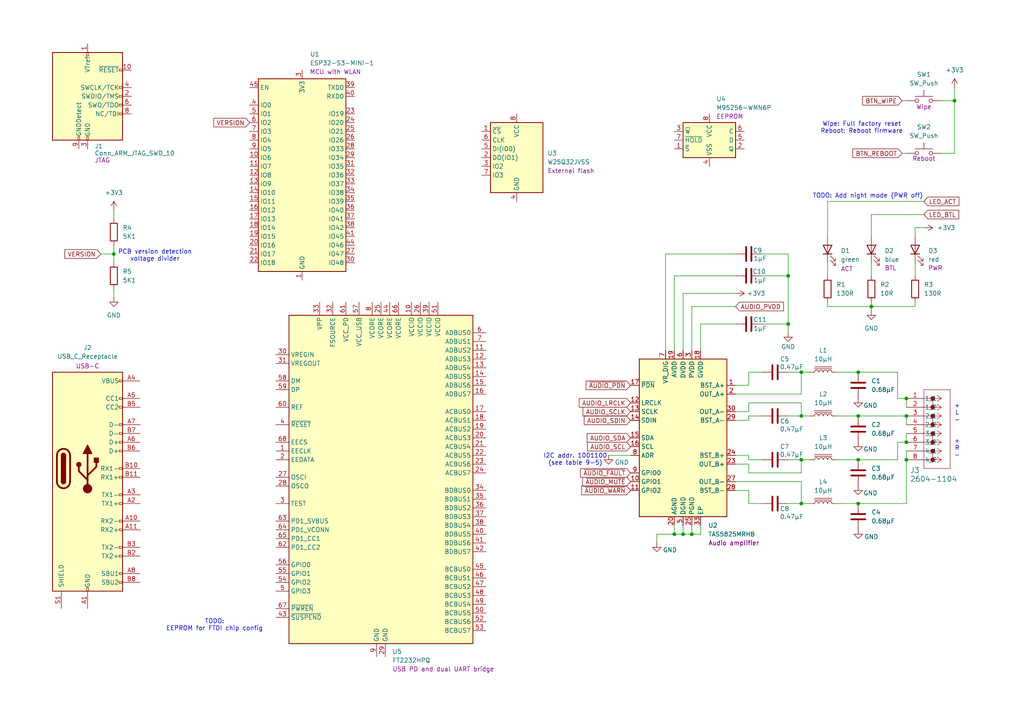
<source format=kicad_sch>
(kicad_sch
	(version 20231120)
	(generator "eeschema")
	(generator_version "8.0")
	(uuid "455ca4d6-9dda-4003-9db8-aa66aec94f73")
	(paper "A4")
	(title_block
		(title "soundbox")
	)
	
	(junction
		(at 248.92 120.65)
		(diameter 0)
		(color 0 0 0 0)
		(uuid "497ff888-42db-4c80-acd0-d721ac17fdca")
	)
	(junction
		(at 232.41 107.95)
		(diameter 0)
		(color 0 0 0 0)
		(uuid "567a5df1-5a55-420f-992b-e86718af7c0a")
	)
	(junction
		(at 228.6 80.01)
		(diameter 0)
		(color 0 0 0 0)
		(uuid "5aea9c9c-6e9f-4c35-bc45-43cb403af1f9")
	)
	(junction
		(at 195.58 154.94)
		(diameter 0)
		(color 0 0 0 0)
		(uuid "5dd86ed3-1aaf-47af-a9e7-f7f6625da6d3")
	)
	(junction
		(at 232.41 133.35)
		(diameter 0)
		(color 0 0 0 0)
		(uuid "6dd20ba9-4ecf-49a7-b997-8156e7e4f4ed")
	)
	(junction
		(at 198.12 154.94)
		(diameter 0)
		(color 0 0 0 0)
		(uuid "743f6c37-2666-4de8-b0e2-577fea68d34e")
	)
	(junction
		(at 252.73 88.9)
		(diameter 0)
		(color 0 0 0 0)
		(uuid "75250703-bad1-4381-a0cc-88b6e76f4d59")
	)
	(junction
		(at 262.89 128.27)
		(diameter 0)
		(color 0 0 0 0)
		(uuid "79f5af86-b4ff-44cb-88b9-d5168f0bfe11")
	)
	(junction
		(at 248.92 133.35)
		(diameter 0)
		(color 0 0 0 0)
		(uuid "7db4376b-f1c3-465f-a099-9794a6d501a2")
	)
	(junction
		(at 248.92 107.95)
		(diameter 0)
		(color 0 0 0 0)
		(uuid "8f5e0168-f746-48dd-b7f5-a34ec2e40afc")
	)
	(junction
		(at 200.66 154.94)
		(diameter 0)
		(color 0 0 0 0)
		(uuid "9829bf96-6674-43b7-aad2-6497e6256ac9")
	)
	(junction
		(at 262.89 120.65)
		(diameter 0)
		(color 0 0 0 0)
		(uuid "b771df72-1e00-4af2-8276-2b44328cb720")
	)
	(junction
		(at 33.02 73.66)
		(diameter 0)
		(color 0 0 0 0)
		(uuid "bd91d90c-08bc-486c-a801-96dc81fa6427")
	)
	(junction
		(at 262.89 133.35)
		(diameter 0)
		(color 0 0 0 0)
		(uuid "c0cdb935-8eac-4310-bd5b-a255edd03cd3")
	)
	(junction
		(at 232.41 146.05)
		(diameter 0)
		(color 0 0 0 0)
		(uuid "c4d36a9b-d94a-489b-9110-7f3873400f99")
	)
	(junction
		(at 262.89 115.57)
		(diameter 0)
		(color 0 0 0 0)
		(uuid "d1a46597-b311-4111-b67e-f5c717a39809")
	)
	(junction
		(at 276.86 29.21)
		(diameter 0)
		(color 0 0 0 0)
		(uuid "d58bef37-53f5-4b0d-be3c-1c0209c73a78")
	)
	(junction
		(at 228.6 93.98)
		(diameter 0)
		(color 0 0 0 0)
		(uuid "e3727fe4-90bc-404a-a6d2-807af882854a")
	)
	(junction
		(at 232.41 120.65)
		(diameter 0)
		(color 0 0 0 0)
		(uuid "f218c24e-6207-436b-8af5-7304ad64f7e7")
	)
	(junction
		(at 248.92 146.05)
		(diameter 0)
		(color 0 0 0 0)
		(uuid "f7bd0dfa-c746-4cf3-9183-6456df5da48e")
	)
	(wire
		(pts
			(xy 273.05 44.45) (xy 276.86 44.45)
		)
		(stroke
			(width 0)
			(type default)
		)
		(uuid "021f12dd-524a-4c63-bc54-862ab2af95d0")
	)
	(wire
		(pts
			(xy 228.6 133.35) (xy 232.41 133.35)
		)
		(stroke
			(width 0)
			(type default)
		)
		(uuid "0453788b-a595-4dc7-ba98-ca0d40e96f7d")
	)
	(wire
		(pts
			(xy 265.43 87.63) (xy 265.43 88.9)
		)
		(stroke
			(width 0)
			(type default)
		)
		(uuid "055ce915-bd74-436e-a5d7-ffc6b25f32f7")
	)
	(wire
		(pts
			(xy 260.35 133.35) (xy 260.35 128.27)
		)
		(stroke
			(width 0)
			(type default)
		)
		(uuid "0e04d131-a665-4c68-8620-418dbb6c6a8f")
	)
	(wire
		(pts
			(xy 217.17 107.95) (xy 217.17 111.76)
		)
		(stroke
			(width 0)
			(type default)
		)
		(uuid "18309d03-ae7b-480b-bfef-a65c0e220551")
	)
	(wire
		(pts
			(xy 228.6 107.95) (xy 232.41 107.95)
		)
		(stroke
			(width 0)
			(type default)
		)
		(uuid "189af57a-eafd-408c-8314-e36382a4ddf5")
	)
	(wire
		(pts
			(xy 220.98 93.98) (xy 228.6 93.98)
		)
		(stroke
			(width 0)
			(type default)
		)
		(uuid "18dc5d3c-63a9-4bcd-bef3-2389cffbf9e3")
	)
	(wire
		(pts
			(xy 220.98 146.05) (xy 217.17 146.05)
		)
		(stroke
			(width 0)
			(type default)
		)
		(uuid "1b7feb87-fb5e-4088-97c8-98306e1b273e")
	)
	(wire
		(pts
			(xy 213.36 142.24) (xy 217.17 142.24)
		)
		(stroke
			(width 0)
			(type default)
		)
		(uuid "1b99363a-bcdc-4c62-95b6-d3f1e2d44d8d")
	)
	(wire
		(pts
			(xy 232.41 146.05) (xy 234.95 146.05)
		)
		(stroke
			(width 0)
			(type default)
		)
		(uuid "1e6b9bf5-cfd2-4a5b-9c51-0fa6720bcdc5")
	)
	(wire
		(pts
			(xy 232.41 133.35) (xy 234.95 133.35)
		)
		(stroke
			(width 0)
			(type default)
		)
		(uuid "215268cc-17a7-4850-aa02-f56c403ea305")
	)
	(wire
		(pts
			(xy 228.6 96.52) (xy 228.6 93.98)
		)
		(stroke
			(width 0)
			(type default)
		)
		(uuid "2673f2bf-161b-48c9-a720-5fc0ce3ce436")
	)
	(wire
		(pts
			(xy 248.92 107.95) (xy 260.35 107.95)
		)
		(stroke
			(width 0)
			(type default)
		)
		(uuid "2b63f8b0-a68d-4407-b911-68d7a408aeca")
	)
	(wire
		(pts
			(xy 213.36 119.38) (xy 217.17 119.38)
		)
		(stroke
			(width 0)
			(type default)
		)
		(uuid "2baafbd5-3f08-41e9-994c-c0c9af8dc957")
	)
	(wire
		(pts
			(xy 240.03 88.9) (xy 252.73 88.9)
		)
		(stroke
			(width 0)
			(type default)
		)
		(uuid "2e2f7118-6028-4d23-be07-cff668954b27")
	)
	(wire
		(pts
			(xy 262.89 120.65) (xy 262.89 123.19)
		)
		(stroke
			(width 0)
			(type default)
		)
		(uuid "2e5bedd4-75b7-463c-83c8-48786174491d")
	)
	(wire
		(pts
			(xy 228.6 80.01) (xy 228.6 93.98)
		)
		(stroke
			(width 0)
			(type default)
		)
		(uuid "33b68a20-391b-4eec-af2f-934cb1901339")
	)
	(wire
		(pts
			(xy 240.03 76.2) (xy 240.03 80.01)
		)
		(stroke
			(width 0)
			(type default)
		)
		(uuid "34597d1b-5bd0-4f98-a03f-6376fe88bcde")
	)
	(wire
		(pts
			(xy 262.89 115.57) (xy 262.89 118.11)
		)
		(stroke
			(width 0)
			(type default)
		)
		(uuid "37c0b85a-3136-4047-96cf-8ac18baa9d66")
	)
	(wire
		(pts
			(xy 232.41 139.7) (xy 232.41 146.05)
		)
		(stroke
			(width 0)
			(type default)
		)
		(uuid "37c92a02-28a5-4cfc-a1cb-e9b54254fe10")
	)
	(wire
		(pts
			(xy 213.36 111.76) (xy 217.17 111.76)
		)
		(stroke
			(width 0)
			(type default)
		)
		(uuid "384113ac-865a-4999-96fb-ab1428ebdfad")
	)
	(wire
		(pts
			(xy 240.03 58.42) (xy 267.97 58.42)
		)
		(stroke
			(width 0)
			(type default)
		)
		(uuid "3bc244c1-5613-4ea0-baea-5c0449d46f3b")
	)
	(wire
		(pts
			(xy 217.17 146.05) (xy 217.17 142.24)
		)
		(stroke
			(width 0)
			(type default)
		)
		(uuid "3e2c1211-ac8e-4e1f-b63b-52771de2cc77")
	)
	(wire
		(pts
			(xy 198.12 85.09) (xy 198.12 101.6)
		)
		(stroke
			(width 0)
			(type default)
		)
		(uuid "3f2436ab-6596-4cac-a229-416be4bf0c98")
	)
	(wire
		(pts
			(xy 203.2 154.94) (xy 200.66 154.94)
		)
		(stroke
			(width 0)
			(type default)
		)
		(uuid "3f70a0a5-e754-4551-81bf-2ee294a72dc0")
	)
	(wire
		(pts
			(xy 29.21 73.66) (xy 33.02 73.66)
		)
		(stroke
			(width 0)
			(type default)
		)
		(uuid "43eef18a-13a9-4a71-b09e-1dd0ce945a9f")
	)
	(wire
		(pts
			(xy 190.5 157.48) (xy 190.5 154.94)
		)
		(stroke
			(width 0)
			(type default)
		)
		(uuid "48d59436-1cb3-4296-8f32-c6171e18e36d")
	)
	(wire
		(pts
			(xy 261.62 44.45) (xy 262.89 44.45)
		)
		(stroke
			(width 0)
			(type default)
		)
		(uuid "4c04a753-e7a7-46f3-8f20-c40e48c79140")
	)
	(wire
		(pts
			(xy 273.05 29.21) (xy 276.86 29.21)
		)
		(stroke
			(width 0)
			(type default)
		)
		(uuid "4d5559c5-569b-4406-8e94-ebd04b4b54e7")
	)
	(wire
		(pts
			(xy 33.02 73.66) (xy 33.02 76.2)
		)
		(stroke
			(width 0)
			(type default)
		)
		(uuid "4ef4af24-9cbe-4c75-a2dd-c6ee542c231d")
	)
	(wire
		(pts
			(xy 242.57 120.65) (xy 248.92 120.65)
		)
		(stroke
			(width 0)
			(type default)
		)
		(uuid "564cd101-5b18-4098-814e-6b5a7dacdb29")
	)
	(wire
		(pts
			(xy 242.57 133.35) (xy 248.92 133.35)
		)
		(stroke
			(width 0)
			(type default)
		)
		(uuid "58e5a3bf-4b35-4a3e-a88c-0580b3f5788c")
	)
	(wire
		(pts
			(xy 195.58 152.4) (xy 195.58 154.94)
		)
		(stroke
			(width 0)
			(type default)
		)
		(uuid "5d110f67-efe8-46f8-9b81-d7f5b9f7a2ce")
	)
	(wire
		(pts
			(xy 242.57 107.95) (xy 248.92 107.95)
		)
		(stroke
			(width 0)
			(type default)
		)
		(uuid "5ee4f755-d004-4c20-97b2-7b2e205d7dfb")
	)
	(wire
		(pts
			(xy 242.57 146.05) (xy 248.92 146.05)
		)
		(stroke
			(width 0)
			(type default)
		)
		(uuid "61619296-3b0d-482a-8d74-f57ee1ce9f05")
	)
	(wire
		(pts
			(xy 220.98 73.66) (xy 228.6 73.66)
		)
		(stroke
			(width 0)
			(type default)
		)
		(uuid "637a7d5b-3afa-4880-891b-abb301f05ed4")
	)
	(wire
		(pts
			(xy 252.73 68.58) (xy 252.73 62.23)
		)
		(stroke
			(width 0)
			(type default)
		)
		(uuid "63fabc8f-7fc1-4173-ba8e-81b521ec897f")
	)
	(wire
		(pts
			(xy 232.41 116.84) (xy 232.41 120.65)
		)
		(stroke
			(width 0)
			(type default)
		)
		(uuid "69a9d361-7cce-4387-8a15-5c4f718a97c2")
	)
	(wire
		(pts
			(xy 213.36 88.9) (xy 200.66 88.9)
		)
		(stroke
			(width 0)
			(type default)
		)
		(uuid "6f4e5b63-26eb-4c8b-bb1d-9bb5afeeb005")
	)
	(wire
		(pts
			(xy 262.89 146.05) (xy 262.89 133.35)
		)
		(stroke
			(width 0)
			(type default)
		)
		(uuid "7033a9d9-2f7e-416c-bbe3-bb466303f153")
	)
	(wire
		(pts
			(xy 213.36 134.62) (xy 217.17 134.62)
		)
		(stroke
			(width 0)
			(type default)
		)
		(uuid "71c41a0d-5ba5-492f-afde-51b9ffe33dd7")
	)
	(wire
		(pts
			(xy 217.17 116.84) (xy 232.41 116.84)
		)
		(stroke
			(width 0)
			(type default)
		)
		(uuid "71c98eac-a4b0-4ebb-ba2d-3573e90b46ca")
	)
	(wire
		(pts
			(xy 260.35 107.95) (xy 260.35 115.57)
		)
		(stroke
			(width 0)
			(type default)
		)
		(uuid "74049655-2349-4f2f-8467-6b982c5844f9")
	)
	(wire
		(pts
			(xy 193.04 73.66) (xy 193.04 101.6)
		)
		(stroke
			(width 0)
			(type default)
		)
		(uuid "74394c75-eaac-48e1-9a8c-1a8cffa711e2")
	)
	(wire
		(pts
			(xy 232.41 120.65) (xy 234.95 120.65)
		)
		(stroke
			(width 0)
			(type default)
		)
		(uuid "7731d1ce-c075-4a7d-bdf5-e9501f8368ee")
	)
	(wire
		(pts
			(xy 217.17 121.92) (xy 213.36 121.92)
		)
		(stroke
			(width 0)
			(type default)
		)
		(uuid "798a7aa8-1d63-4147-abc8-4b5e346b4d2d")
	)
	(wire
		(pts
			(xy 260.35 115.57) (xy 262.89 115.57)
		)
		(stroke
			(width 0)
			(type default)
		)
		(uuid "7a721b5d-0120-4053-ace3-1eb27b7c9462")
	)
	(wire
		(pts
			(xy 240.03 68.58) (xy 240.03 58.42)
		)
		(stroke
			(width 0)
			(type default)
		)
		(uuid "7cedf541-2daf-403d-a85c-5ec82ea37975")
	)
	(wire
		(pts
			(xy 276.86 25.4) (xy 276.86 29.21)
		)
		(stroke
			(width 0)
			(type default)
		)
		(uuid "82a94e0e-ef05-448d-8ad5-6a7da53eeb05")
	)
	(wire
		(pts
			(xy 213.36 85.09) (xy 198.12 85.09)
		)
		(stroke
			(width 0)
			(type default)
		)
		(uuid "8343f1f7-08b5-47e6-8042-1ca8d6ddfcb9")
	)
	(wire
		(pts
			(xy 203.2 152.4) (xy 203.2 154.94)
		)
		(stroke
			(width 0)
			(type default)
		)
		(uuid "8a8da861-bd9b-4acf-803b-32f3fa025a7b")
	)
	(wire
		(pts
			(xy 198.12 154.94) (xy 200.66 154.94)
		)
		(stroke
			(width 0)
			(type default)
		)
		(uuid "8af1a4e9-288a-4145-a979-678944daa4a9")
	)
	(wire
		(pts
			(xy 217.17 137.16) (xy 232.41 137.16)
		)
		(stroke
			(width 0)
			(type default)
		)
		(uuid "8e2e82ff-fbb0-4a54-8ade-6bd15b3eeaef")
	)
	(wire
		(pts
			(xy 248.92 146.05) (xy 262.89 146.05)
		)
		(stroke
			(width 0)
			(type default)
		)
		(uuid "9112638b-6349-419e-b797-57dfd796bf6b")
	)
	(wire
		(pts
			(xy 232.41 114.3) (xy 232.41 107.95)
		)
		(stroke
			(width 0)
			(type default)
		)
		(uuid "9348303d-fe75-4d78-876d-20242fb15c22")
	)
	(wire
		(pts
			(xy 232.41 107.95) (xy 234.95 107.95)
		)
		(stroke
			(width 0)
			(type default)
		)
		(uuid "9a45f024-e15a-41d6-b80c-0fb3639ba120")
	)
	(wire
		(pts
			(xy 213.36 132.08) (xy 217.17 132.08)
		)
		(stroke
			(width 0)
			(type default)
		)
		(uuid "a08b9b48-c772-42d0-8385-b5565b442629")
	)
	(wire
		(pts
			(xy 200.66 152.4) (xy 200.66 154.94)
		)
		(stroke
			(width 0)
			(type default)
		)
		(uuid "a195781c-af38-44ae-919b-a98629006774")
	)
	(wire
		(pts
			(xy 220.98 133.35) (xy 217.17 133.35)
		)
		(stroke
			(width 0)
			(type default)
		)
		(uuid "a2606c2e-1dbc-4380-9fcf-a9152af17fb1")
	)
	(wire
		(pts
			(xy 265.43 66.04) (xy 267.97 66.04)
		)
		(stroke
			(width 0)
			(type default)
		)
		(uuid "a27ab6e5-679d-4ad5-b8e7-c48e027c0eae")
	)
	(wire
		(pts
			(xy 195.58 154.94) (xy 198.12 154.94)
		)
		(stroke
			(width 0)
			(type default)
		)
		(uuid "a2b0fbc7-1735-4d1a-b0e9-11fab7e8f6f1")
	)
	(wire
		(pts
			(xy 203.2 93.98) (xy 203.2 101.6)
		)
		(stroke
			(width 0)
			(type default)
		)
		(uuid "a3364469-3518-4a55-bc14-2d539e88b12f")
	)
	(wire
		(pts
			(xy 213.36 73.66) (xy 193.04 73.66)
		)
		(stroke
			(width 0)
			(type default)
		)
		(uuid "a34b9abf-9f1e-415d-a0f4-50c3191a5a57")
	)
	(wire
		(pts
			(xy 198.12 152.4) (xy 198.12 154.94)
		)
		(stroke
			(width 0)
			(type default)
		)
		(uuid "a44951e4-8c40-480f-aed6-71193b123276")
	)
	(wire
		(pts
			(xy 228.6 146.05) (xy 232.41 146.05)
		)
		(stroke
			(width 0)
			(type default)
		)
		(uuid "a5938c68-9f00-456a-a2c4-cd4229c032d4")
	)
	(wire
		(pts
			(xy 213.36 114.3) (xy 232.41 114.3)
		)
		(stroke
			(width 0)
			(type default)
		)
		(uuid "a727d5b3-6938-439c-a7e2-b23e2626e38f")
	)
	(wire
		(pts
			(xy 213.36 80.01) (xy 195.58 80.01)
		)
		(stroke
			(width 0)
			(type default)
		)
		(uuid "a93f1d47-d788-4363-abfe-82da85cda68b")
	)
	(wire
		(pts
			(xy 213.36 93.98) (xy 203.2 93.98)
		)
		(stroke
			(width 0)
			(type default)
		)
		(uuid "a95d4260-d93d-4606-8ab1-3846ed251c5d")
	)
	(wire
		(pts
			(xy 200.66 88.9) (xy 200.66 101.6)
		)
		(stroke
			(width 0)
			(type default)
		)
		(uuid "aa1e8f44-a655-47f8-b46e-fdab25c12be4")
	)
	(wire
		(pts
			(xy 252.73 88.9) (xy 252.73 90.17)
		)
		(stroke
			(width 0)
			(type default)
		)
		(uuid "aea595f8-b21f-44e4-b442-293f1c574667")
	)
	(wire
		(pts
			(xy 217.17 119.38) (xy 217.17 116.84)
		)
		(stroke
			(width 0)
			(type default)
		)
		(uuid "af251897-528c-4c17-9c0a-8caeae743adf")
	)
	(wire
		(pts
			(xy 217.17 120.65) (xy 217.17 121.92)
		)
		(stroke
			(width 0)
			(type default)
		)
		(uuid "afcdda49-0311-41f7-be5b-7c50a3e1b0ea")
	)
	(wire
		(pts
			(xy 217.17 134.62) (xy 217.17 137.16)
		)
		(stroke
			(width 0)
			(type default)
		)
		(uuid "b1535a0d-85db-41b5-bf3e-a84a1a644399")
	)
	(wire
		(pts
			(xy 265.43 68.58) (xy 265.43 66.04)
		)
		(stroke
			(width 0)
			(type default)
		)
		(uuid "b16a64cf-4f45-4c3e-a463-4fffea2caccd")
	)
	(wire
		(pts
			(xy 195.58 80.01) (xy 195.58 101.6)
		)
		(stroke
			(width 0)
			(type default)
		)
		(uuid "b4e93939-b349-4bbb-af7d-2428d020238e")
	)
	(wire
		(pts
			(xy 228.6 120.65) (xy 232.41 120.65)
		)
		(stroke
			(width 0)
			(type default)
		)
		(uuid "b879e29c-d5c9-4054-84e2-429964907eeb")
	)
	(wire
		(pts
			(xy 248.92 120.65) (xy 262.89 120.65)
		)
		(stroke
			(width 0)
			(type default)
		)
		(uuid "bab5d19f-aa2f-4350-a5cb-c11771ea415e")
	)
	(wire
		(pts
			(xy 182.88 132.08) (xy 176.53 132.08)
		)
		(stroke
			(width 0)
			(type default)
		)
		(uuid "bd65e2f0-8fa3-4e3f-8343-acb554483637")
	)
	(wire
		(pts
			(xy 276.86 29.21) (xy 276.86 44.45)
		)
		(stroke
			(width 0)
			(type default)
		)
		(uuid "c47a71ca-8e7d-4713-9049-9ffdac41771c")
	)
	(wire
		(pts
			(xy 220.98 107.95) (xy 217.17 107.95)
		)
		(stroke
			(width 0)
			(type default)
		)
		(uuid "c9ce7761-9f25-45d3-9187-0a739fa05c76")
	)
	(wire
		(pts
			(xy 33.02 71.12) (xy 33.02 73.66)
		)
		(stroke
			(width 0)
			(type default)
		)
		(uuid "d3b63bf0-8a06-4c81-856c-1e911b563f6d")
	)
	(wire
		(pts
			(xy 33.02 83.82) (xy 33.02 86.36)
		)
		(stroke
			(width 0)
			(type default)
		)
		(uuid "d5d99d02-411a-428c-bff5-3214f4ec296e")
	)
	(wire
		(pts
			(xy 213.36 139.7) (xy 232.41 139.7)
		)
		(stroke
			(width 0)
			(type default)
		)
		(uuid "d6ca9489-45e3-4d81-b024-4d8af6aad75f")
	)
	(wire
		(pts
			(xy 220.98 80.01) (xy 228.6 80.01)
		)
		(stroke
			(width 0)
			(type default)
		)
		(uuid "d72a54df-fc31-434f-aa00-aa414e2eae98")
	)
	(wire
		(pts
			(xy 248.92 133.35) (xy 260.35 133.35)
		)
		(stroke
			(width 0)
			(type default)
		)
		(uuid "d78fc5ed-db95-41d9-8cfa-f325cabf4b30")
	)
	(wire
		(pts
			(xy 33.02 60.96) (xy 33.02 63.5)
		)
		(stroke
			(width 0)
			(type default)
		)
		(uuid "d9e1f653-6e37-46c2-b703-6867a9b8b432")
	)
	(wire
		(pts
			(xy 262.89 130.81) (xy 262.89 133.35)
		)
		(stroke
			(width 0)
			(type default)
		)
		(uuid "dc98fba8-a00d-44a5-9f56-9f2cb17c6749")
	)
	(wire
		(pts
			(xy 260.35 128.27) (xy 262.89 128.27)
		)
		(stroke
			(width 0)
			(type default)
		)
		(uuid "dd6dd424-17c8-4bcb-86f0-bc271a8e3aac")
	)
	(wire
		(pts
			(xy 190.5 154.94) (xy 195.58 154.94)
		)
		(stroke
			(width 0)
			(type default)
		)
		(uuid "ddbec8f7-07e6-4e87-b489-5a3aeb0aaccf")
	)
	(wire
		(pts
			(xy 252.73 76.2) (xy 252.73 80.01)
		)
		(stroke
			(width 0)
			(type default)
		)
		(uuid "e3964cf7-95f1-485e-abca-bf4799d06260")
	)
	(wire
		(pts
			(xy 220.98 120.65) (xy 217.17 120.65)
		)
		(stroke
			(width 0)
			(type default)
		)
		(uuid "e46febb6-f340-4133-adc4-74bafd0f33ed")
	)
	(wire
		(pts
			(xy 265.43 76.2) (xy 265.43 80.01)
		)
		(stroke
			(width 0)
			(type default)
		)
		(uuid "e7075ca1-6e4b-4677-9383-f4bd622dd00c")
	)
	(wire
		(pts
			(xy 262.89 125.73) (xy 262.89 128.27)
		)
		(stroke
			(width 0)
			(type default)
		)
		(uuid "e739e35f-0a99-479e-9d01-8321df50b7f4")
	)
	(wire
		(pts
			(xy 232.41 137.16) (xy 232.41 133.35)
		)
		(stroke
			(width 0)
			(type default)
		)
		(uuid "e8c11919-7bac-48ce-ba15-3ebed9eab2ed")
	)
	(wire
		(pts
			(xy 252.73 87.63) (xy 252.73 88.9)
		)
		(stroke
			(width 0)
			(type default)
		)
		(uuid "eed42e95-8009-461f-8440-352debcdddfd")
	)
	(wire
		(pts
			(xy 228.6 73.66) (xy 228.6 80.01)
		)
		(stroke
			(width 0)
			(type default)
		)
		(uuid "ef1b973d-c144-4ec4-be0b-73f80746757c")
	)
	(wire
		(pts
			(xy 252.73 62.23) (xy 267.97 62.23)
		)
		(stroke
			(width 0)
			(type default)
		)
		(uuid "f4430ec1-f279-43d4-b0f7-9ca88cef8d74")
	)
	(wire
		(pts
			(xy 252.73 88.9) (xy 265.43 88.9)
		)
		(stroke
			(width 0)
			(type default)
		)
		(uuid "f8146b40-be33-4ec9-bbfd-5f8fb121b5fa")
	)
	(wire
		(pts
			(xy 261.62 29.21) (xy 262.89 29.21)
		)
		(stroke
			(width 0)
			(type default)
		)
		(uuid "f91d4086-3499-483c-b6be-6ead15db36cf")
	)
	(wire
		(pts
			(xy 217.17 133.35) (xy 217.17 132.08)
		)
		(stroke
			(width 0)
			(type default)
		)
		(uuid "fa93ec48-e26a-4201-80c2-cb710d0e3070")
	)
	(wire
		(pts
			(xy 240.03 87.63) (xy 240.03 88.9)
		)
		(stroke
			(width 0)
			(type default)
		)
		(uuid "ff60ed5c-3b5c-4930-9143-8ba183c445e6")
	)
	(text "I2C addr. 1001100\n(see table 9-5)"
		(exclude_from_sim no)
		(at 166.878 133.35 0)
		(effects
			(font
				(size 1.27 1.27)
			)
		)
		(uuid "067df254-4346-4678-805d-1956d93bd66a")
	)
	(text "+\nL\n-\n\n\n+\nR\n-"
		(exclude_from_sim no)
		(at 277.622 124.968 0)
		(effects
			(font
				(size 1.27 1.27)
			)
		)
		(uuid "5373c52c-99f4-406d-ba9e-f4292d7522d3")
	)
	(text "Wipe: Full factory reset\nReboot: Reboot firmware"
		(exclude_from_sim no)
		(at 249.936 37.084 0)
		(effects
			(font
				(size 1.27 1.27)
			)
		)
		(uuid "66be0d9f-1443-473a-9c11-8d06633632e7")
	)
	(text "TODO:\nEEPROM for FTDI chip config"
		(exclude_from_sim no)
		(at 62.23 181.356 0)
		(effects
			(font
				(size 1.27 1.27)
			)
		)
		(uuid "8817fb12-9156-451a-964d-56c8e30167d5")
	)
	(text "TODO: Add night mode (PWR off)"
		(exclude_from_sim no)
		(at 251.714 56.896 0)
		(effects
			(font
				(size 1.27 1.27)
			)
		)
		(uuid "a83ac06c-9420-463c-8b55-f1b3ff1efeac")
	)
	(text "PCB version detection\nvoltage divider"
		(exclude_from_sim no)
		(at 44.958 74.168 0)
		(effects
			(font
				(size 1.27 1.27)
			)
		)
		(uuid "fcab79b8-a2e7-4707-b043-effd53cd6401")
	)
	(global_label "BTN_WIPE"
		(shape input)
		(at 261.62 29.21 180)
		(fields_autoplaced yes)
		(effects
			(font
				(size 1.27 1.27)
			)
			(justify right)
		)
		(uuid "0621ca81-04b5-4c46-ab2b-c61253be0738")
		(property "Intersheetrefs" "${INTERSHEET_REFS}"
			(at 249.6239 29.21 0)
			(effects
				(font
					(size 1.27 1.27)
				)
				(justify right)
				(hide yes)
			)
		)
	)
	(global_label "BTN_REBOOT"
		(shape input)
		(at 261.62 44.45 180)
		(fields_autoplaced yes)
		(effects
			(font
				(size 1.27 1.27)
			)
			(justify right)
		)
		(uuid "0dd2637b-c03a-4874-8aee-c55c691a94d7")
		(property "Intersheetrefs" "${INTERSHEET_REFS}"
			(at 246.7815 44.45 0)
			(effects
				(font
					(size 1.27 1.27)
				)
				(justify right)
				(hide yes)
			)
		)
	)
	(global_label "AUDIO_SDIN"
		(shape input)
		(at 182.88 121.92 180)
		(fields_autoplaced yes)
		(effects
			(font
				(size 1.27 1.27)
			)
			(justify right)
		)
		(uuid "20dcfb24-d7d5-40eb-89bd-5fcff09a908d")
		(property "Intersheetrefs" "${INTERSHEET_REFS}"
			(at 168.888 121.92 0)
			(effects
				(font
					(size 1.27 1.27)
				)
				(justify right)
				(hide yes)
			)
		)
	)
	(global_label "AUDIO_SCL"
		(shape input)
		(at 182.88 129.54 180)
		(fields_autoplaced yes)
		(effects
			(font
				(size 1.27 1.27)
			)
			(justify right)
		)
		(uuid "25bc605c-55b0-46c8-a0d7-671f80d1c6e6")
		(property "Intersheetrefs" "${INTERSHEET_REFS}"
			(at 169.7952 129.54 0)
			(effects
				(font
					(size 1.27 1.27)
				)
				(justify right)
				(hide yes)
			)
		)
	)
	(global_label "~{AUDIO_PDN}"
		(shape input)
		(at 182.88 111.76 180)
		(fields_autoplaced yes)
		(effects
			(font
				(size 1.27 1.27)
			)
			(justify right)
		)
		(uuid "3687d58b-21c4-478d-a2a0-614679fba334")
		(property "Intersheetrefs" "${INTERSHEET_REFS}"
			(at 169.4323 111.76 0)
			(effects
				(font
					(size 1.27 1.27)
				)
				(justify right)
				(hide yes)
			)
		)
	)
	(global_label "AUDIO_LRCLK"
		(shape input)
		(at 182.88 116.84 180)
		(effects
			(font
				(size 1.27 1.27)
			)
			(justify right)
		)
		(uuid "5375be9c-0d53-4fa6-a673-1cb71478f084")
		(property "Intersheetrefs" "${INTERSHEET_REFS}"
			(at 182.88 116.84 0)
			(effects
				(font
					(size 1.27 1.27)
				)
				(hide yes)
			)
		)
	)
	(global_label "AUDIO_PVDD"
		(shape input)
		(at 213.36 88.9 0)
		(fields_autoplaced yes)
		(effects
			(font
				(size 1.27 1.27)
			)
			(justify left)
		)
		(uuid "60811be3-3be0-43c6-9ca9-d747517610eb")
		(property "Intersheetrefs" "${INTERSHEET_REFS}"
			(at 227.8358 88.9 0)
			(effects
				(font
					(size 1.27 1.27)
				)
				(justify left)
				(hide yes)
			)
		)
	)
	(global_label "AUDIO_SDA"
		(shape input)
		(at 182.88 127 180)
		(fields_autoplaced yes)
		(effects
			(font
				(size 1.27 1.27)
			)
			(justify right)
		)
		(uuid "64ae8f29-998c-459b-a981-a30cbeece4ba")
		(property "Intersheetrefs" "${INTERSHEET_REFS}"
			(at 169.7347 127 0)
			(effects
				(font
					(size 1.27 1.27)
				)
				(justify right)
				(hide yes)
			)
		)
	)
	(global_label "~{AUDIO_WARN}"
		(shape input)
		(at 182.88 142.24 180)
		(fields_autoplaced yes)
		(effects
			(font
				(size 1.27 1.27)
			)
			(justify right)
		)
		(uuid "73e47b40-1b0e-4b8c-8030-6235ca1604cb")
		(property "Intersheetrefs" "${INTERSHEET_REFS}"
			(at 168.1623 142.24 0)
			(effects
				(font
					(size 1.27 1.27)
				)
				(justify right)
				(hide yes)
			)
		)
	)
	(global_label "~{AUDIO_FAULT}"
		(shape input)
		(at 182.88 137.16 180)
		(fields_autoplaced yes)
		(effects
			(font
				(size 1.27 1.27)
			)
			(justify right)
		)
		(uuid "7f4fce0a-9db7-4005-8a7c-91d091b78880")
		(property "Intersheetrefs" "${INTERSHEET_REFS}"
			(at 167.7994 137.16 0)
			(effects
				(font
					(size 1.27 1.27)
				)
				(justify right)
				(hide yes)
			)
		)
	)
	(global_label "VERSION"
		(shape input)
		(at 29.21 73.66 180)
		(fields_autoplaced yes)
		(effects
			(font
				(size 1.27 1.27)
			)
			(justify right)
		)
		(uuid "b2459a3d-dd40-4d7c-8fe8-23694f46518a")
		(property "Intersheetrefs" "${INTERSHEET_REFS}"
			(at 18.2419 73.66 0)
			(effects
				(font
					(size 1.27 1.27)
				)
				(justify right)
				(hide yes)
			)
		)
	)
	(global_label "~{AUDIO_MUTE}"
		(shape input)
		(at 182.88 139.7 180)
		(fields_autoplaced yes)
		(effects
			(font
				(size 1.27 1.27)
			)
			(justify right)
		)
		(uuid "c66bce55-8b21-43e1-a902-18621deb43bd")
		(property "Intersheetrefs" "${INTERSHEET_REFS}"
			(at 168.4043 139.7 0)
			(effects
				(font
					(size 1.27 1.27)
				)
				(justify right)
				(hide yes)
			)
		)
	)
	(global_label "VERSION"
		(shape input)
		(at 72.39 35.56 180)
		(fields_autoplaced yes)
		(effects
			(font
				(size 1.27 1.27)
			)
			(justify right)
		)
		(uuid "cbf283da-6bf4-4263-935c-169d3e3e7484")
		(property "Intersheetrefs" "${INTERSHEET_REFS}"
			(at 61.4219 35.56 0)
			(effects
				(font
					(size 1.27 1.27)
				)
				(justify right)
				(hide yes)
			)
		)
	)
	(global_label "AUDIO_SCLK"
		(shape input)
		(at 182.88 119.38 180)
		(fields_autoplaced yes)
		(effects
			(font
				(size 1.27 1.27)
			)
			(justify right)
		)
		(uuid "cf0bb574-bd8a-4953-9431-6ab9c7bfa80a")
		(property "Intersheetrefs" "${INTERSHEET_REFS}"
			(at 168.5252 119.38 0)
			(effects
				(font
					(size 1.27 1.27)
				)
				(justify right)
				(hide yes)
			)
		)
	)
	(global_label "LED_ACT"
		(shape input)
		(at 267.97 58.42 0)
		(effects
			(font
				(size 1.27 1.27)
			)
			(justify left)
		)
		(uuid "dce9599b-0ae1-499d-98f4-d92b44691a36")
		(property "Intersheetrefs" "${INTERSHEET_REFS}"
			(at 267.97 58.42 0)
			(effects
				(font
					(size 1.27 1.27)
				)
				(hide yes)
			)
		)
	)
	(global_label "LED_BTL"
		(shape input)
		(at 267.97 62.23 0)
		(fields_autoplaced yes)
		(effects
			(font
				(size 1.27 1.27)
			)
			(justify left)
		)
		(uuid "ee723902-4e88-4806-9291-fafaf3c15cb1")
		(property "Intersheetrefs" "${INTERSHEET_REFS}"
			(at 278.6356 62.23 0)
			(effects
				(font
					(size 1.27 1.27)
				)
				(justify left)
				(hide yes)
			)
		)
	)
	(symbol
		(lib_id "power:GND")
		(at 252.73 90.17 0)
		(unit 1)
		(exclude_from_sim no)
		(in_bom yes)
		(on_board yes)
		(dnp no)
		(fields_autoplaced yes)
		(uuid "121fec5a-6609-4057-9ba5-0ce4bbe0d100")
		(property "Reference" "#PWR012"
			(at 252.73 96.52 0)
			(effects
				(font
					(size 1.27 1.27)
				)
				(hide yes)
			)
		)
		(property "Value" "GND"
			(at 252.73 95.25 0)
			(effects
				(font
					(size 1.27 1.27)
				)
			)
		)
		(property "Footprint" ""
			(at 252.73 90.17 0)
			(effects
				(font
					(size 1.27 1.27)
				)
				(hide yes)
			)
		)
		(property "Datasheet" ""
			(at 252.73 90.17 0)
			(effects
				(font
					(size 1.27 1.27)
				)
				(hide yes)
			)
		)
		(property "Description" "Power symbol creates a global label with name \"GND\" , ground"
			(at 252.73 90.17 0)
			(effects
				(font
					(size 1.27 1.27)
				)
				(hide yes)
			)
		)
		(pin "1"
			(uuid "0b5cabde-4e52-4a20-9662-2dd4ca0cae21")
		)
		(instances
			(project "soundbox"
				(path "/455ca4d6-9dda-4003-9db8-aa66aec94f73"
					(reference "#PWR012")
					(unit 1)
				)
			)
		)
	)
	(symbol
		(lib_id "power:GND")
		(at 33.02 86.36 0)
		(unit 1)
		(exclude_from_sim no)
		(in_bom yes)
		(on_board yes)
		(dnp no)
		(fields_autoplaced yes)
		(uuid "15e2f61f-5db7-46d6-9435-1a2f36362558")
		(property "Reference" "#PWR01"
			(at 33.02 92.71 0)
			(effects
				(font
					(size 1.27 1.27)
				)
				(hide yes)
			)
		)
		(property "Value" "GND"
			(at 33.02 91.44 0)
			(effects
				(font
					(size 1.27 1.27)
				)
			)
		)
		(property "Footprint" ""
			(at 33.02 86.36 0)
			(effects
				(font
					(size 1.27 1.27)
				)
				(hide yes)
			)
		)
		(property "Datasheet" ""
			(at 33.02 86.36 0)
			(effects
				(font
					(size 1.27 1.27)
				)
				(hide yes)
			)
		)
		(property "Description" "Power symbol creates a global label with name \"GND\" , ground"
			(at 33.02 86.36 0)
			(effects
				(font
					(size 1.27 1.27)
				)
				(hide yes)
			)
		)
		(pin "1"
			(uuid "703e90ae-09fd-4f22-826b-b4974e69173e")
		)
		(instances
			(project ""
				(path "/455ca4d6-9dda-4003-9db8-aa66aec94f73"
					(reference "#PWR01")
					(unit 1)
				)
			)
		)
	)
	(symbol
		(lib_id "RF_Module:ESP32-S3-MINI-1")
		(at 87.63 50.8 0)
		(unit 1)
		(exclude_from_sim no)
		(in_bom yes)
		(on_board yes)
		(dnp no)
		(uuid "1d27c785-80ad-4e14-9406-8515becf138a")
		(property "Reference" "U1"
			(at 89.916 15.748 0)
			(effects
				(font
					(size 1.27 1.27)
				)
				(justify left)
			)
		)
		(property "Value" "ESP32-S3-MINI-1"
			(at 89.916 18.288 0)
			(effects
				(font
					(size 1.27 1.27)
				)
				(justify left)
			)
		)
		(property "Footprint" "RF_Module:ESP32-S2-MINI-1"
			(at 102.87 80.01 0)
			(effects
				(font
					(size 1.27 1.27)
				)
				(hide yes)
			)
		)
		(property "Datasheet" "https://www.espressif.com/sites/default/files/documentation/esp32-s3-mini-1_mini-1u_datasheet_en.pdf"
			(at 87.63 10.16 0)
			(effects
				(font
					(size 1.27 1.27)
				)
				(hide yes)
			)
		)
		(property "Description" "MCU with WLAN"
			(at 97.282 20.828 0)
			(effects
				(font
					(size 1.27 1.27)
				)
			)
		)
		(property "MPN" "ESP32-S3-MINI-1-N8"
			(at 87.63 50.8 0)
			(effects
				(font
					(size 1.27 1.27)
				)
				(hide yes)
			)
		)
		(property "Manufacturer" "Espressif Systems"
			(at 87.63 50.8 0)
			(effects
				(font
					(size 1.27 1.27)
				)
				(hide yes)
			)
		)
		(pin "45"
			(uuid "12a82820-4fb5-4385-bad0-67d946ab003b")
		)
		(pin "46"
			(uuid "c810edff-c69a-484f-9775-1d9bf88c1c2d")
		)
		(pin "62"
			(uuid "8649dd48-4fef-4203-a0ad-386d67e69aa0")
		)
		(pin "21"
			(uuid "260a5c49-abdf-497d-8246-99dac6ee5f8c")
		)
		(pin "7"
			(uuid "9cd4ee4b-ea7d-442f-b45c-60b14048dbad")
		)
		(pin "11"
			(uuid "0fa0e3be-3693-4057-b1a5-e002194a19d8")
		)
		(pin "19"
			(uuid "1904a226-d56f-465b-bd2c-857d238f5112")
		)
		(pin "4"
			(uuid "848a00e6-7cea-4e5c-8324-5d7bd3b94acd")
		)
		(pin "22"
			(uuid "7de96e90-c9ff-4150-bfaf-d6848c6f728b")
		)
		(pin "16"
			(uuid "2bd83665-ec08-44ca-bd87-30c7616ea507")
		)
		(pin "2"
			(uuid "ef54551c-d4e4-4e13-8ff8-08e699421e94")
		)
		(pin "40"
			(uuid "98667326-9bf9-45ed-b1e3-592b1f2dfef8")
		)
		(pin "57"
			(uuid "6827bca6-de41-46e7-9400-2ba473bb1691")
		)
		(pin "65"
			(uuid "b59f9d00-d36e-4a34-ae40-5581916d7e14")
		)
		(pin "47"
			(uuid "7847509e-7d3e-4e61-882f-4d1d3b15381b")
		)
		(pin "20"
			(uuid "49ddd7ea-d5e2-47be-9734-f54dfc46e299")
		)
		(pin "10"
			(uuid "d88a98fc-b9c2-40fc-8325-c97548ee3392")
		)
		(pin "1"
			(uuid "217f030f-53e5-4f26-9ce3-9b1d2ad92c20")
		)
		(pin "48"
			(uuid "efbf699f-9bc8-478c-a1f9-5034fa77094b")
		)
		(pin "38"
			(uuid "07fe9e93-e035-46a6-a2be-a8c52053401c")
		)
		(pin "6"
			(uuid "31c6479c-c307-4771-ad5b-c03eba074aaf")
		)
		(pin "36"
			(uuid "4c2c8a33-5ff4-4ea7-9c1c-4d933749444a")
		)
		(pin "17"
			(uuid "af52acdb-38d7-43c3-a273-8b591c6e8f38")
		)
		(pin "33"
			(uuid "e3778e03-6783-4e68-a712-0235a6a43bc1")
		)
		(pin "29"
			(uuid "c229f349-f7c2-4d0b-a349-ba972e0c63b4")
		)
		(pin "51"
			(uuid "c72a6071-9fd2-4d00-a73c-29eb8d77118d")
		)
		(pin "49"
			(uuid "45dcc189-109a-47ab-95df-1e0d410c150e")
		)
		(pin "25"
			(uuid "de2ce682-1947-4864-9a8b-cd3c4113d0a7")
		)
		(pin "31"
			(uuid "1c2888e6-96b9-43c9-acab-56813e2b6933")
		)
		(pin "32"
			(uuid "8a26fb3a-5aca-464e-a2b9-5a204bcef1ca")
		)
		(pin "5"
			(uuid "146e2d38-8e36-4570-8683-630f93c83075")
		)
		(pin "23"
			(uuid "626bad26-3eb7-44c9-a81e-924833004bde")
		)
		(pin "41"
			(uuid "24e900f0-6e06-4a00-acbe-30a574fe282f")
		)
		(pin "43"
			(uuid "879918a0-959e-4a8d-ad07-cc404a507972")
		)
		(pin "52"
			(uuid "65a74fda-6b64-4419-a440-1af4fc07c5e8")
		)
		(pin "42"
			(uuid "4d0b1edc-7e50-4414-87e7-f402b90110a0")
		)
		(pin "24"
			(uuid "848b68e5-9a6c-4f95-a521-10d821debcb8")
		)
		(pin "59"
			(uuid "b75cda45-9bed-4bd0-bfe3-9e1dcbf2bc82")
		)
		(pin "53"
			(uuid "f5a22934-7e9e-4243-b69e-83a6d04c65d3")
		)
		(pin "3"
			(uuid "9516af2e-4767-434a-becd-c0d711b95336")
		)
		(pin "64"
			(uuid "c6341f52-2a76-42ca-a07e-3f13c7dd4ee0")
		)
		(pin "13"
			(uuid "71a9da63-39bd-4b21-9813-35ef64253245")
		)
		(pin "50"
			(uuid "92b0d18b-a6c7-4888-9d63-786db6a86dc8")
		)
		(pin "39"
			(uuid "d490a8a3-b9be-47da-9f4c-7fd5b90ab737")
		)
		(pin "37"
			(uuid "b50c5bca-6f1c-47c9-bd68-3b7f3d957ae3")
		)
		(pin "26"
			(uuid "4e7c0be8-5d85-45c1-9809-22aa95113fdf")
		)
		(pin "44"
			(uuid "dd413eee-69c3-468e-bb25-dec14456ae8a")
		)
		(pin "63"
			(uuid "8d078303-4010-4cf1-8788-7bd4c3df657b")
		)
		(pin "14"
			(uuid "c57652c8-2cb7-420f-a6de-956dbcc08148")
		)
		(pin "15"
			(uuid "ea398ed2-e528-4132-b88a-8a7cf8291b47")
		)
		(pin "58"
			(uuid "2b5a2efe-3f2c-4d50-a3b0-bda15265c474")
		)
		(pin "30"
			(uuid "26910839-7ac2-4e23-9236-dd324d3e4fbe")
		)
		(pin "28"
			(uuid "28ede6cd-f6d9-49bb-a37b-48c3c9627e9d")
		)
		(pin "56"
			(uuid "4024fb2f-470b-4369-bb8e-b09aabbebc63")
		)
		(pin "18"
			(uuid "ab8c4c51-4d6b-46d4-b8ef-29dcffb07f97")
		)
		(pin "61"
			(uuid "efcc475a-9ec2-4db8-aae4-69ddaedf3dfb")
		)
		(pin "55"
			(uuid "9d1d5b6d-7752-4694-9ef2-9abd9616881c")
		)
		(pin "27"
			(uuid "5f915b09-3aeb-4cf8-bd24-e2bb9ed55c82")
		)
		(pin "60"
			(uuid "8a7641ce-2321-4a47-93d5-dcd16513fb76")
		)
		(pin "9"
			(uuid "9eb90799-0a9a-429b-9e78-f4ec3721e4c5")
		)
		(pin "35"
			(uuid "e61e3404-9d14-4c28-b945-d12cd4b47b9b")
		)
		(pin "8"
			(uuid "a0afc0a7-8689-40a8-a561-61e33cef531d")
		)
		(pin "34"
			(uuid "8c54b658-04c8-4628-bfd5-4f74e7427e3f")
		)
		(pin "12"
			(uuid "4216de4f-51b6-4024-904c-a41b0e6ce5f5")
		)
		(pin "54"
			(uuid "9ec910eb-8df0-45b6-a608-09a744993c66")
		)
		(instances
			(project ""
				(path "/455ca4d6-9dda-4003-9db8-aa66aec94f73"
					(reference "U1")
					(unit 1)
				)
			)
		)
	)
	(symbol
		(lib_id "Device:C")
		(at 248.92 124.46 0)
		(unit 1)
		(exclude_from_sim no)
		(in_bom yes)
		(on_board yes)
		(dnp no)
		(uuid "259262a1-08db-42ee-afc6-17d4b81a9757")
		(property "Reference" "C2"
			(at 252.73 123.1899 0)
			(effects
				(font
					(size 1.27 1.27)
				)
				(justify left)
			)
		)
		(property "Value" "0.68µF"
			(at 252.73 125.7299 0)
			(effects
				(font
					(size 1.27 1.27)
				)
				(justify left)
			)
		)
		(property "Footprint" ""
			(at 249.8852 128.27 0)
			(effects
				(font
					(size 1.27 1.27)
				)
				(hide yes)
			)
		)
		(property "Datasheet" "~"
			(at 248.92 124.46 0)
			(effects
				(font
					(size 1.27 1.27)
				)
				(hide yes)
			)
		)
		(property "Description" "Unpolarized capacitor"
			(at 248.92 124.46 0)
			(effects
				(font
					(size 1.27 1.27)
				)
				(hide yes)
			)
		)
		(pin "2"
			(uuid "a12bc1cc-6fe2-47c1-8868-b47b01a1507f")
		)
		(pin "1"
			(uuid "f274eb81-80fd-464a-9af9-3cf04cc794f5")
		)
		(instances
			(project "soundbox"
				(path "/455ca4d6-9dda-4003-9db8-aa66aec94f73"
					(reference "C2")
					(unit 1)
				)
			)
		)
	)
	(symbol
		(lib_id "Device:C")
		(at 224.79 120.65 270)
		(unit 1)
		(exclude_from_sim no)
		(in_bom yes)
		(on_board yes)
		(dnp no)
		(uuid "27ec7c95-9494-4630-9f8c-10fe98c654c7")
		(property "Reference" "C6"
			(at 227.584 122.174 90)
			(effects
				(font
					(size 1.27 1.27)
				)
			)
		)
		(property "Value" "0.47µF"
			(at 229.616 124.46 90)
			(effects
				(font
					(size 1.27 1.27)
				)
			)
		)
		(property "Footprint" ""
			(at 220.98 121.6152 0)
			(effects
				(font
					(size 1.27 1.27)
				)
				(hide yes)
			)
		)
		(property "Datasheet" "~"
			(at 224.79 120.65 0)
			(effects
				(font
					(size 1.27 1.27)
				)
				(hide yes)
			)
		)
		(property "Description" "Unpolarized capacitor"
			(at 224.79 120.65 0)
			(effects
				(font
					(size 1.27 1.27)
				)
				(hide yes)
			)
		)
		(pin "2"
			(uuid "cbe40744-fb46-400d-931b-f945ad1e7d2d")
		)
		(pin "1"
			(uuid "4b2d5957-4cb3-46e0-a11b-1a80a1dd63f7")
		)
		(instances
			(project "soundbox"
				(path "/455ca4d6-9dda-4003-9db8-aa66aec94f73"
					(reference "C6")
					(unit 1)
				)
			)
		)
	)
	(symbol
		(lib_id "Device:L_Iron")
		(at 238.76 146.05 90)
		(unit 1)
		(exclude_from_sim no)
		(in_bom yes)
		(on_board yes)
		(dnp no)
		(fields_autoplaced yes)
		(uuid "2834e613-ab62-4242-a484-2742a5fd5ccd")
		(property "Reference" "L4"
			(at 238.76 139.7 90)
			(effects
				(font
					(size 1.27 1.27)
				)
			)
		)
		(property "Value" "10µH"
			(at 238.76 142.24 90)
			(effects
				(font
					(size 1.27 1.27)
				)
			)
		)
		(property "Footprint" ""
			(at 238.76 146.05 0)
			(effects
				(font
					(size 1.27 1.27)
				)
				(hide yes)
			)
		)
		(property "Datasheet" "~"
			(at 238.76 146.05 0)
			(effects
				(font
					(size 1.27 1.27)
				)
				(hide yes)
			)
		)
		(property "Description" "Inductor with iron core"
			(at 238.76 146.05 0)
			(effects
				(font
					(size 1.27 1.27)
				)
				(hide yes)
			)
		)
		(pin "2"
			(uuid "2eb0ae1a-ba00-47b1-a10e-071003ec4c81")
		)
		(pin "1"
			(uuid "ad8ded07-40f3-4a71-9352-30886918cb33")
		)
		(instances
			(project "soundbox"
				(path "/455ca4d6-9dda-4003-9db8-aa66aec94f73"
					(reference "L4")
					(unit 1)
				)
			)
		)
	)
	(symbol
		(lib_id "Device:C")
		(at 224.79 107.95 270)
		(unit 1)
		(exclude_from_sim no)
		(in_bom yes)
		(on_board yes)
		(dnp no)
		(uuid "28c3bf83-1f10-4c29-8c2f-88fcc7fa8d46")
		(property "Reference" "C5"
			(at 227.584 104.14 90)
			(effects
				(font
					(size 1.27 1.27)
				)
			)
		)
		(property "Value" "0.47µF"
			(at 229.616 106.426 90)
			(effects
				(font
					(size 1.27 1.27)
				)
			)
		)
		(property "Footprint" ""
			(at 220.98 108.9152 0)
			(effects
				(font
					(size 1.27 1.27)
				)
				(hide yes)
			)
		)
		(property "Datasheet" "~"
			(at 224.79 107.95 0)
			(effects
				(font
					(size 1.27 1.27)
				)
				(hide yes)
			)
		)
		(property "Description" "Unpolarized capacitor"
			(at 224.79 107.95 0)
			(effects
				(font
					(size 1.27 1.27)
				)
				(hide yes)
			)
		)
		(pin "2"
			(uuid "3148c9d5-9ea2-4d2a-ae2a-2813f806976f")
		)
		(pin "1"
			(uuid "984cf3aa-1816-4577-994f-b453ca9034a8")
		)
		(instances
			(project ""
				(path "/455ca4d6-9dda-4003-9db8-aa66aec94f73"
					(reference "C5")
					(unit 1)
				)
			)
		)
	)
	(symbol
		(lib_id "Memory_Flash:W25Q32JVSS")
		(at 149.86 45.72 0)
		(unit 1)
		(exclude_from_sim no)
		(in_bom yes)
		(on_board yes)
		(dnp no)
		(uuid "2a49ee48-3849-4608-89d2-57d8e20c4e48")
		(property "Reference" "U3"
			(at 158.75 44.4499 0)
			(effects
				(font
					(size 1.27 1.27)
				)
				(justify left)
			)
		)
		(property "Value" "W25Q32JVSS"
			(at 158.75 46.9899 0)
			(effects
				(font
					(size 1.27 1.27)
				)
				(justify left)
			)
		)
		(property "Footprint" "Package_SO:SOIC-8_5.23x5.23mm_P1.27mm"
			(at 149.86 45.72 0)
			(effects
				(font
					(size 1.27 1.27)
				)
				(hide yes)
			)
		)
		(property "Datasheet" "http://www.winbond.com/resource-files/w25q32jv%20revg%2003272018%20plus.pdf"
			(at 149.86 45.72 0)
			(effects
				(font
					(size 1.27 1.27)
				)
				(hide yes)
			)
		)
		(property "Description" "External flash"
			(at 165.608 49.53 0)
			(effects
				(font
					(size 1.27 1.27)
				)
			)
		)
		(property "MPN" "W25Q32JVSSIQ"
			(at 149.86 45.72 0)
			(effects
				(font
					(size 1.27 1.27)
				)
				(hide yes)
			)
		)
		(property "Manufacturer" "Winbond Electronics"
			(at 149.86 45.72 0)
			(effects
				(font
					(size 1.27 1.27)
				)
				(hide yes)
			)
		)
		(pin "1"
			(uuid "f8e43f2e-c8aa-459f-b094-91b934942cfb")
		)
		(pin "2"
			(uuid "f75dcb2a-0203-49ae-b724-37b2e76ae863")
		)
		(pin "4"
			(uuid "48dab9b6-a55e-4537-abea-11fe3edd58b3")
		)
		(pin "8"
			(uuid "099e7f5e-4ff4-465a-953f-bac720646506")
		)
		(pin "7"
			(uuid "6681f77a-82ef-40b1-bf8d-9f8f6a5aa087")
		)
		(pin "3"
			(uuid "22262623-7681-4115-8d3f-cdd490127235")
		)
		(pin "5"
			(uuid "3df6fea7-8aab-47dc-877d-e1b2d666e1ac")
		)
		(pin "6"
			(uuid "287990a3-7c8a-4001-a499-e3678d290386")
		)
		(instances
			(project ""
				(path "/455ca4d6-9dda-4003-9db8-aa66aec94f73"
					(reference "U3")
					(unit 1)
				)
			)
		)
	)
	(symbol
		(lib_id "power:GND")
		(at 228.6 96.52 0)
		(unit 1)
		(exclude_from_sim no)
		(in_bom yes)
		(on_board yes)
		(dnp no)
		(uuid "2b2f6b33-780b-4719-80a6-0e04825a2d23")
		(property "Reference" "#PWR010"
			(at 228.6 102.87 0)
			(effects
				(font
					(size 1.27 1.27)
				)
				(hide yes)
			)
		)
		(property "Value" "GND"
			(at 228.6 100.584 0)
			(effects
				(font
					(size 1.27 1.27)
				)
			)
		)
		(property "Footprint" ""
			(at 228.6 96.52 0)
			(effects
				(font
					(size 1.27 1.27)
				)
				(hide yes)
			)
		)
		(property "Datasheet" ""
			(at 228.6 96.52 0)
			(effects
				(font
					(size 1.27 1.27)
				)
				(hide yes)
			)
		)
		(property "Description" "Power symbol creates a global label with name \"GND\" , ground"
			(at 228.6 96.52 0)
			(effects
				(font
					(size 1.27 1.27)
				)
				(hide yes)
			)
		)
		(pin "1"
			(uuid "05aa9744-7704-486d-8d46-6380dcf808f9")
		)
		(instances
			(project ""
				(path "/455ca4d6-9dda-4003-9db8-aa66aec94f73"
					(reference "#PWR010")
					(unit 1)
				)
			)
		)
	)
	(symbol
		(lib_id "Device:C")
		(at 248.92 149.86 0)
		(unit 1)
		(exclude_from_sim no)
		(in_bom yes)
		(on_board yes)
		(dnp no)
		(uuid "2b3a3b6b-1665-47e5-af7c-ea19c687f71f")
		(property "Reference" "C4"
			(at 252.73 148.5899 0)
			(effects
				(font
					(size 1.27 1.27)
				)
				(justify left)
			)
		)
		(property "Value" "0.68µF"
			(at 252.73 151.1299 0)
			(effects
				(font
					(size 1.27 1.27)
				)
				(justify left)
			)
		)
		(property "Footprint" ""
			(at 249.8852 153.67 0)
			(effects
				(font
					(size 1.27 1.27)
				)
				(hide yes)
			)
		)
		(property "Datasheet" "~"
			(at 248.92 149.86 0)
			(effects
				(font
					(size 1.27 1.27)
				)
				(hide yes)
			)
		)
		(property "Description" "Unpolarized capacitor"
			(at 248.92 149.86 0)
			(effects
				(font
					(size 1.27 1.27)
				)
				(hide yes)
			)
		)
		(pin "2"
			(uuid "bb378759-6e5c-4b36-8e2b-acfe9d910728")
		)
		(pin "1"
			(uuid "434bbc78-f80b-4e04-b8aa-74b02a0480f6")
		)
		(instances
			(project "soundbox"
				(path "/455ca4d6-9dda-4003-9db8-aa66aec94f73"
					(reference "C4")
					(unit 1)
				)
			)
		)
	)
	(symbol
		(lib_id "Connector:Conn_ARM_JTAG_SWD_10")
		(at 25.4 27.94 0)
		(unit 1)
		(exclude_from_sim no)
		(in_bom yes)
		(on_board yes)
		(dnp no)
		(uuid "2cb1f2f5-c3a3-4e8f-bc83-f4591990e265")
		(property "Reference" "J1"
			(at 27.432 42.418 0)
			(effects
				(font
					(size 1.27 1.27)
				)
				(justify left)
			)
		)
		(property "Value" "Conn_ARM_JTAG_SWD_10"
			(at 27.432 44.45 0)
			(effects
				(font
					(size 1.27 1.27)
				)
				(justify left)
			)
		)
		(property "Footprint" ""
			(at 25.4 27.94 0)
			(effects
				(font
					(size 1.27 1.27)
				)
				(hide yes)
			)
		)
		(property "Datasheet" "https://mm.digikey.com/Volume0/opasdata/d220001/medias/docus/6209/ftsh-1xx-xx-xxx-dv-xxx-xxx-x-xx-mkt.pdf"
			(at 16.51 59.69 90)
			(effects
				(font
					(size 1.27 1.27)
				)
				(hide yes)
			)
		)
		(property "Description" "JTAG"
			(at 27.432 46.482 0)
			(effects
				(font
					(size 1.27 1.27)
				)
				(justify left)
			)
		)
		(property "MPN" "FTSH-105-01-L-DV-007-K-TR"
			(at 25.4 27.94 0)
			(effects
				(font
					(size 1.27 1.27)
				)
				(hide yes)
			)
		)
		(property "Manufacturer" "samtec"
			(at 25.4 27.94 0)
			(effects
				(font
					(size 1.27 1.27)
				)
				(hide yes)
			)
		)
		(pin "8"
			(uuid "0d37e884-d6c6-4a18-9f39-0b5f18b3ab85")
		)
		(pin "5"
			(uuid "6e254504-1904-4805-8146-433c2607886e")
		)
		(pin "3"
			(uuid "0ef74602-f412-4b2d-840d-ced961bb318d")
		)
		(pin "2"
			(uuid "505cc97b-5b7d-4574-bbad-94d00bee7f5c")
		)
		(pin "1"
			(uuid "3811747d-ed84-4018-bcc5-2a0b8ca10aff")
		)
		(pin "6"
			(uuid "d96cf3dc-cf35-418f-ace9-b04f59c53196")
		)
		(pin "10"
			(uuid "fdecbce6-1283-4f14-a655-fdc98a6e03cb")
		)
		(pin "4"
			(uuid "215f4b73-4834-4f44-a8ca-45a4db8a46be")
		)
		(pin "7"
			(uuid "86b77ee8-04e6-4185-9115-09cde946fff6")
		)
		(pin "9"
			(uuid "f7cbef8b-738d-40cd-bfe6-b9c4c8df5671")
		)
		(instances
			(project ""
				(path "/455ca4d6-9dda-4003-9db8-aa66aec94f73"
					(reference "J1")
					(unit 1)
				)
			)
		)
	)
	(symbol
		(lib_id "Switch:SW_Push")
		(at 267.97 44.45 0)
		(unit 1)
		(exclude_from_sim no)
		(in_bom yes)
		(on_board yes)
		(dnp no)
		(uuid "2df93158-1d66-4506-a3fe-9fa3d5d1421d")
		(property "Reference" "SW2"
			(at 267.97 36.83 0)
			(effects
				(font
					(size 1.27 1.27)
				)
			)
		)
		(property "Value" "SW_Push"
			(at 267.97 39.37 0)
			(effects
				(font
					(size 1.27 1.27)
				)
			)
		)
		(property "Footprint" "Button_Switch_SMD:SW_SPST_TL3305B"
			(at 267.97 39.37 0)
			(effects
				(font
					(size 1.27 1.27)
				)
				(hide yes)
			)
		)
		(property "Datasheet" "https://www.e-switch.com/wp-content/uploads/2024/08/TL3305.pdf"
			(at 267.97 39.37 0)
			(effects
				(font
					(size 1.27 1.27)
				)
				(hide yes)
			)
		)
		(property "Description" "Reboot"
			(at 267.97 45.974 0)
			(effects
				(font
					(size 1.27 1.27)
				)
			)
		)
		(property "MPN" "TL3305BF260QG"
			(at 267.97 44.45 0)
			(effects
				(font
					(size 1.27 1.27)
				)
				(hide yes)
			)
		)
		(property "Manufacturer" "E-Switch"
			(at 267.97 44.45 0)
			(effects
				(font
					(size 1.27 1.27)
				)
				(hide yes)
			)
		)
		(pin "2"
			(uuid "5c08de40-9b2c-4f42-8680-c393355f7df1")
		)
		(pin "1"
			(uuid "c6036be2-ae55-4817-a911-1d9d93d01bd8")
		)
		(instances
			(project "soundbox"
				(path "/455ca4d6-9dda-4003-9db8-aa66aec94f73"
					(reference "SW2")
					(unit 1)
				)
			)
		)
	)
	(symbol
		(lib_id "Device:C")
		(at 217.17 80.01 270)
		(unit 1)
		(exclude_from_sim no)
		(in_bom yes)
		(on_board yes)
		(dnp no)
		(uuid "37b5417a-d23b-47b3-916f-798b11c2ed8f")
		(property "Reference" "C10"
			(at 220.218 78.74 90)
			(effects
				(font
					(size 1.27 1.27)
				)
			)
		)
		(property "Value" "1µF"
			(at 220.472 81.28 90)
			(effects
				(font
					(size 1.27 1.27)
				)
			)
		)
		(property "Footprint" ""
			(at 213.36 80.9752 0)
			(effects
				(font
					(size 1.27 1.27)
				)
				(hide yes)
			)
		)
		(property "Datasheet" ""
			(at 217.17 80.01 0)
			(effects
				(font
					(size 1.27 1.27)
				)
				(hide yes)
			)
		)
		(property "Description" "Unpolarized capacitor"
			(at 217.17 80.01 0)
			(effects
				(font
					(size 1.27 1.27)
				)
				(hide yes)
			)
		)
		(pin "1"
			(uuid "fc3e1550-f4e8-47cf-a1aa-3da1fe197ee1")
		)
		(pin "2"
			(uuid "0fa752f9-5e0d-4d59-80d8-90b75a9ab2d2")
		)
		(instances
			(project "soundbox"
				(path "/455ca4d6-9dda-4003-9db8-aa66aec94f73"
					(reference "C10")
					(unit 1)
				)
			)
		)
	)
	(symbol
		(lib_id "Device:C")
		(at 217.17 93.98 270)
		(unit 1)
		(exclude_from_sim no)
		(in_bom yes)
		(on_board yes)
		(dnp no)
		(uuid "3de8935a-2451-40cb-94e8-dbd1ff2b312e")
		(property "Reference" "C11"
			(at 220.472 92.71 90)
			(effects
				(font
					(size 1.27 1.27)
				)
			)
		)
		(property "Value" "1µF"
			(at 220.472 95.25 90)
			(effects
				(font
					(size 1.27 1.27)
				)
			)
		)
		(property "Footprint" ""
			(at 213.36 94.9452 0)
			(effects
				(font
					(size 1.27 1.27)
				)
				(hide yes)
			)
		)
		(property "Datasheet" ""
			(at 217.17 93.98 0)
			(effects
				(font
					(size 1.27 1.27)
				)
				(hide yes)
			)
		)
		(property "Description" "Unpolarized capacitor"
			(at 217.17 93.98 0)
			(effects
				(font
					(size 1.27 1.27)
				)
				(hide yes)
			)
		)
		(pin "1"
			(uuid "f7200a81-0bc5-4fab-8948-c915226204da")
		)
		(pin "2"
			(uuid "8fbf40f0-fdb7-4d18-8695-43bc282e2113")
		)
		(instances
			(project "soundbox"
				(path "/455ca4d6-9dda-4003-9db8-aa66aec94f73"
					(reference "C11")
					(unit 1)
				)
			)
		)
	)
	(symbol
		(lib_id "Ultra_Librarian:2604-1104")
		(at 262.89 115.57 0)
		(unit 1)
		(exclude_from_sim no)
		(in_bom yes)
		(on_board yes)
		(dnp no)
		(uuid "483db921-e22f-4490-b0a1-6d9a10b93246")
		(property "Reference" "J3"
			(at 263.906 136.398 0)
			(effects
				(font
					(size 1.524 1.524)
				)
				(justify left)
			)
		)
		(property "Value" "2604-1104"
			(at 263.906 138.938 0)
			(effects
				(font
					(size 1.524 1.524)
				)
				(justify left)
			)
		)
		(property "Footprint" "CONN4_2604-1104_WAG"
			(at 262.89 115.57 0)
			(effects
				(font
					(size 1.27 1.27)
					(italic yes)
				)
				(hide yes)
			)
		)
		(property "Datasheet" "~"
			(at 262.89 115.57 0)
			(effects
				(font
					(size 1.27 1.27)
					(italic yes)
				)
				(hide yes)
			)
		)
		(property "Description" "Speaker"
			(at 262.89 115.57 0)
			(effects
				(font
					(size 1.27 1.27)
				)
				(hide yes)
			)
		)
		(property "Manufacturer" "WAGO"
			(at 262.89 115.57 0)
			(effects
				(font
					(size 1.27 1.27)
				)
				(hide yes)
			)
		)
		(property "MPN" "2604-1104"
			(at 262.89 115.57 0)
			(effects
				(font
					(size 1.27 1.27)
				)
				(hide yes)
			)
		)
		(pin "8"
			(uuid "2439bc69-ca7c-4c56-8f57-016d3b7eaf96")
		)
		(pin "5"
			(uuid "1c129da6-9b8a-4920-a79b-3aa9e2759d41")
		)
		(pin "4"
			(uuid "e172c95f-bf15-4938-aa76-0652f8e9579f")
		)
		(pin "3"
			(uuid "1daef3bb-4165-4d30-9cf6-ca957621710d")
		)
		(pin "7"
			(uuid "f3ef4370-5fa1-460c-b824-12ca30db2961")
		)
		(pin "2"
			(uuid "6a9ec22d-4786-4dad-bf12-0791c3452936")
		)
		(pin "6"
			(uuid "e961d28c-a4c2-479e-b8e3-9f90513e60b1")
		)
		(pin "1"
			(uuid "12a076ed-91ac-4841-ae14-817110f6794d")
		)
		(instances
			(project ""
				(path "/455ca4d6-9dda-4003-9db8-aa66aec94f73"
					(reference "J3")
					(unit 1)
				)
			)
		)
	)
	(symbol
		(lib_id "Device:C")
		(at 217.17 73.66 270)
		(unit 1)
		(exclude_from_sim no)
		(in_bom yes)
		(on_board yes)
		(dnp no)
		(uuid "4e87512c-596a-4134-94ef-1319f044b515")
		(property "Reference" "C9"
			(at 219.71 72.644 90)
			(effects
				(font
					(size 1.27 1.27)
				)
			)
		)
		(property "Value" "1µF"
			(at 220.472 74.93 90)
			(effects
				(font
					(size 1.27 1.27)
				)
			)
		)
		(property "Footprint" ""
			(at 213.36 74.6252 0)
			(effects
				(font
					(size 1.27 1.27)
				)
				(hide yes)
			)
		)
		(property "Datasheet" ""
			(at 217.17 73.66 0)
			(effects
				(font
					(size 1.27 1.27)
				)
				(hide yes)
			)
		)
		(property "Description" "Unpolarized capacitor"
			(at 217.17 73.66 0)
			(effects
				(font
					(size 1.27 1.27)
				)
				(hide yes)
			)
		)
		(pin "1"
			(uuid "057af9aa-ad08-464d-8683-7c1132d1c8cb")
		)
		(pin "2"
			(uuid "0251bcee-58e5-4f19-8709-92fbd878255f")
		)
		(instances
			(project ""
				(path "/455ca4d6-9dda-4003-9db8-aa66aec94f73"
					(reference "C9")
					(unit 1)
				)
			)
		)
	)
	(symbol
		(lib_id "power:+3V3")
		(at 33.02 60.96 0)
		(unit 1)
		(exclude_from_sim no)
		(in_bom yes)
		(on_board yes)
		(dnp no)
		(fields_autoplaced yes)
		(uuid "514ba1fb-2894-44ff-b2c9-7c0325b580ef")
		(property "Reference" "#PWR02"
			(at 33.02 64.77 0)
			(effects
				(font
					(size 1.27 1.27)
				)
				(hide yes)
			)
		)
		(property "Value" "+3V3"
			(at 33.02 55.88 0)
			(effects
				(font
					(size 1.27 1.27)
				)
			)
		)
		(property "Footprint" ""
			(at 33.02 60.96 0)
			(effects
				(font
					(size 1.27 1.27)
				)
				(hide yes)
			)
		)
		(property "Datasheet" ""
			(at 33.02 60.96 0)
			(effects
				(font
					(size 1.27 1.27)
				)
				(hide yes)
			)
		)
		(property "Description" "Power symbol creates a global label with name \"+3V3\""
			(at 33.02 60.96 0)
			(effects
				(font
					(size 1.27 1.27)
				)
				(hide yes)
			)
		)
		(pin "1"
			(uuid "57479e59-9e57-43ad-a73f-b40f6aa52456")
		)
		(instances
			(project ""
				(path "/455ca4d6-9dda-4003-9db8-aa66aec94f73"
					(reference "#PWR02")
					(unit 1)
				)
			)
		)
	)
	(symbol
		(lib_id "Device:R")
		(at 265.43 83.82 0)
		(unit 1)
		(exclude_from_sim no)
		(in_bom yes)
		(on_board yes)
		(dnp no)
		(fields_autoplaced yes)
		(uuid "57288bb7-160a-400f-aa53-1b9b006077a3")
		(property "Reference" "R3"
			(at 267.97 82.5499 0)
			(effects
				(font
					(size 1.27 1.27)
				)
				(justify left)
			)
		)
		(property "Value" "130R"
			(at 267.97 85.0899 0)
			(effects
				(font
					(size 1.27 1.27)
				)
				(justify left)
			)
		)
		(property "Footprint" "Resistor_SMD:R_0603_1608Metric"
			(at 263.652 83.82 90)
			(effects
				(font
					(size 1.27 1.27)
				)
				(hide yes)
			)
		)
		(property "Datasheet" "https://industrial.panasonic.com/cdbs/www-data/pdf/RDA0000/AOA0000C304.pdf"
			(at 265.43 83.82 0)
			(effects
				(font
					(size 1.27 1.27)
				)
				(hide yes)
			)
		)
		(property "Description" "Resistor"
			(at 265.43 83.82 0)
			(effects
				(font
					(size 1.27 1.27)
				)
				(hide yes)
			)
		)
		(property "MPN" "ERJ-3EKF1300V"
			(at 265.43 83.82 0)
			(effects
				(font
					(size 1.27 1.27)
				)
				(hide yes)
			)
		)
		(property "Manufacturer" "Panasonic Electronic Components"
			(at 265.43 83.82 0)
			(effects
				(font
					(size 1.27 1.27)
				)
				(hide yes)
			)
		)
		(pin "1"
			(uuid "bd26713c-21af-4796-83ef-2b687164dc74")
		)
		(pin "2"
			(uuid "d8e5956d-54e6-4788-b618-1d27483f7684")
		)
		(instances
			(project ""
				(path "/455ca4d6-9dda-4003-9db8-aa66aec94f73"
					(reference "R3")
					(unit 1)
				)
			)
		)
	)
	(symbol
		(lib_id "Connector:USB_C_Receptacle")
		(at 25.4 135.89 0)
		(unit 1)
		(exclude_from_sim no)
		(in_bom yes)
		(on_board yes)
		(dnp no)
		(uuid "5ddfc130-f836-4dee-ac58-c1f750b14af3")
		(property "Reference" "J2"
			(at 25.4 100.838 0)
			(effects
				(font
					(size 1.27 1.27)
				)
			)
		)
		(property "Value" "USB_C_Receptacle"
			(at 25.4 103.378 0)
			(effects
				(font
					(size 1.27 1.27)
				)
			)
		)
		(property "Footprint" ""
			(at 29.21 135.89 0)
			(effects
				(font
					(size 1.27 1.27)
				)
				(hide yes)
			)
		)
		(property "Datasheet" "https://cdn.amphenol-cs.com/media/wysiwyg/files/documentation/datasheet/inputoutput/io_usb_3_2_type_c.pdf"
			(at 29.21 135.89 0)
			(effects
				(font
					(size 1.27 1.27)
				)
				(hide yes)
			)
		)
		(property "Description" "USB-C"
			(at 25.4 106.172 0)
			(effects
				(font
					(size 1.27 1.27)
				)
			)
		)
		(property "MPN" "12401610E4#2A"
			(at 25.4 135.89 0)
			(effects
				(font
					(size 1.27 1.27)
				)
				(hide yes)
			)
		)
		(property "Manufacturer" "Amphenol ICC"
			(at 25.4 135.89 0)
			(effects
				(font
					(size 1.27 1.27)
				)
				(hide yes)
			)
		)
		(pin "A6"
			(uuid "8fdbcb1b-9385-484d-be40-f7e8d6c0ba7b")
		)
		(pin "A9"
			(uuid "1ec1acad-8f3e-4430-8541-c05f986b1a2e")
		)
		(pin "B10"
			(uuid "be8e2e2d-6c3c-4772-984c-24aabbecce01")
		)
		(pin "B11"
			(uuid "37687a42-eadc-4117-936d-603705b72b5e")
		)
		(pin "B2"
			(uuid "dd9c9420-375b-4fb4-b8a8-20d9aedb80ba")
		)
		(pin "A5"
			(uuid "1a9c2b47-72de-404d-8fe2-823601f3b9d9")
		)
		(pin "B9"
			(uuid "ab47ae93-7659-4aec-8002-32822d362cb1")
		)
		(pin "A11"
			(uuid "605fb4a8-e653-45df-98e6-de804e49950d")
		)
		(pin "A12"
			(uuid "df81f02c-2ba2-424d-b968-1ba3f7ad8331")
		)
		(pin "A2"
			(uuid "d5d9d534-584b-4af5-a3ee-c069bb517cad")
		)
		(pin "A3"
			(uuid "b78acfc5-8509-4369-b971-f3b2db7cbff2")
		)
		(pin "A4"
			(uuid "da9372a0-86ef-489c-97e2-e5365c4328fe")
		)
		(pin "B1"
			(uuid "2c509aba-eb11-4547-a8bc-ecc645f0aa2d")
		)
		(pin "B8"
			(uuid "1eac32e6-91f7-4495-b8dc-0d2da3c5b44e")
		)
		(pin "A7"
			(uuid "39f9b179-82e1-48fe-bced-444d6eacb367")
		)
		(pin "A8"
			(uuid "0eeb9b22-2c40-44f5-801f-162196b71f01")
		)
		(pin "B5"
			(uuid "02bf302d-e914-4f57-b279-6bc99230d7ec")
		)
		(pin "B6"
			(uuid "8602ac07-efff-44e8-82ce-fc1060ca847d")
		)
		(pin "B7"
			(uuid "cc822729-9d9f-4134-8292-09d650e743bd")
		)
		(pin "S1"
			(uuid "d049085a-796d-40ea-a858-fe54f890a750")
		)
		(pin "B3"
			(uuid "d68dfeeb-36f8-4f8a-bbb1-654cf759549c")
		)
		(pin "B12"
			(uuid "4ab48581-684a-47bb-a801-b0b4661177ef")
		)
		(pin "B4"
			(uuid "cfdd72ec-b8a2-4bea-82a3-a1182f8d6127")
		)
		(pin "A1"
			(uuid "04ddde63-eed0-475e-8b6d-e277ecb731b4")
		)
		(pin "A10"
			(uuid "51db960d-ec7d-4a0d-807a-238aff05afa0")
		)
		(instances
			(project ""
				(path "/455ca4d6-9dda-4003-9db8-aa66aec94f73"
					(reference "J2")
					(unit 1)
				)
			)
		)
	)
	(symbol
		(lib_id "power:GND")
		(at 248.92 140.97 0)
		(unit 1)
		(exclude_from_sim no)
		(in_bom yes)
		(on_board yes)
		(dnp no)
		(uuid "62a26679-37d5-4275-9728-057600af318f")
		(property "Reference" "#PWR05"
			(at 248.92 147.32 0)
			(effects
				(font
					(size 1.27 1.27)
				)
				(hide yes)
			)
		)
		(property "Value" "GND"
			(at 252.476 143.002 0)
			(effects
				(font
					(size 1.27 1.27)
				)
			)
		)
		(property "Footprint" ""
			(at 248.92 140.97 0)
			(effects
				(font
					(size 1.27 1.27)
				)
				(hide yes)
			)
		)
		(property "Datasheet" ""
			(at 248.92 140.97 0)
			(effects
				(font
					(size 1.27 1.27)
				)
				(hide yes)
			)
		)
		(property "Description" "Power symbol creates a global label with name \"GND\" , ground"
			(at 248.92 140.97 0)
			(effects
				(font
					(size 1.27 1.27)
				)
				(hide yes)
			)
		)
		(pin "1"
			(uuid "37a3295f-b846-4fc5-8b17-61b09a7ecd5d")
		)
		(instances
			(project "soundbox"
				(path "/455ca4d6-9dda-4003-9db8-aa66aec94f73"
					(reference "#PWR05")
					(unit 1)
				)
			)
		)
	)
	(symbol
		(lib_id "Device:C")
		(at 224.79 133.35 270)
		(unit 1)
		(exclude_from_sim no)
		(in_bom yes)
		(on_board yes)
		(dnp no)
		(uuid "694e19e1-cb45-48fe-a372-9ba64f516969")
		(property "Reference" "C7"
			(at 227.584 129.54 90)
			(effects
				(font
					(size 1.27 1.27)
				)
			)
		)
		(property "Value" "0.47µF"
			(at 229.616 131.826 90)
			(effects
				(font
					(size 1.27 1.27)
				)
			)
		)
		(property "Footprint" ""
			(at 220.98 134.3152 0)
			(effects
				(font
					(size 1.27 1.27)
				)
				(hide yes)
			)
		)
		(property "Datasheet" "~"
			(at 224.79 133.35 0)
			(effects
				(font
					(size 1.27 1.27)
				)
				(hide yes)
			)
		)
		(property "Description" "Unpolarized capacitor"
			(at 224.79 133.35 0)
			(effects
				(font
					(size 1.27 1.27)
				)
				(hide yes)
			)
		)
		(pin "2"
			(uuid "ad599782-b25b-406b-b739-5416e546c47c")
		)
		(pin "1"
			(uuid "13e605c8-c495-4e1b-a227-97c7387209d1")
		)
		(instances
			(project "soundbox"
				(path "/455ca4d6-9dda-4003-9db8-aa66aec94f73"
					(reference "C7")
					(unit 1)
				)
			)
		)
	)
	(symbol
		(lib_id "Switch:SW_Push")
		(at 267.97 29.21 0)
		(unit 1)
		(exclude_from_sim no)
		(in_bom yes)
		(on_board yes)
		(dnp no)
		(uuid "69e6d5d3-d27a-49b0-b7f4-ff672ddcc6a0")
		(property "Reference" "SW1"
			(at 267.97 21.59 0)
			(effects
				(font
					(size 1.27 1.27)
				)
			)
		)
		(property "Value" "SW_Push"
			(at 267.97 24.13 0)
			(effects
				(font
					(size 1.27 1.27)
				)
			)
		)
		(property "Footprint" "Button_Switch_SMD:SW_SPST_TL3305B"
			(at 267.97 24.13 0)
			(effects
				(font
					(size 1.27 1.27)
				)
				(hide yes)
			)
		)
		(property "Datasheet" "https://www.e-switch.com/wp-content/uploads/2024/08/TL3305.pdf"
			(at 267.97 24.13 0)
			(effects
				(font
					(size 1.27 1.27)
				)
				(hide yes)
			)
		)
		(property "Description" "Wipe"
			(at 267.97 30.988 0)
			(effects
				(font
					(size 1.27 1.27)
				)
			)
		)
		(property "MPN" "TL3305BF260QG"
			(at 267.97 29.21 0)
			(effects
				(font
					(size 1.27 1.27)
				)
				(hide yes)
			)
		)
		(property "Manufacturer" "E-Switch"
			(at 267.97 29.21 0)
			(effects
				(font
					(size 1.27 1.27)
				)
				(hide yes)
			)
		)
		(pin "2"
			(uuid "1211eb0b-56d4-46b0-8bf6-0b545164d36a")
		)
		(pin "1"
			(uuid "7096c344-cf34-47e3-97fe-ef36615fd163")
		)
		(instances
			(project ""
				(path "/455ca4d6-9dda-4003-9db8-aa66aec94f73"
					(reference "SW1")
					(unit 1)
				)
			)
		)
	)
	(symbol
		(lib_id "Device:R")
		(at 252.73 83.82 0)
		(unit 1)
		(exclude_from_sim no)
		(in_bom yes)
		(on_board yes)
		(dnp no)
		(fields_autoplaced yes)
		(uuid "7c450492-392a-42f0-8291-06d7ab953e15")
		(property "Reference" "R2"
			(at 255.27 82.5499 0)
			(effects
				(font
					(size 1.27 1.27)
				)
				(justify left)
			)
		)
		(property "Value" "10R"
			(at 255.27 85.0899 0)
			(effects
				(font
					(size 1.27 1.27)
				)
				(justify left)
			)
		)
		(property "Footprint" "Resistor_SMD:R_0603_1608Metric"
			(at 250.952 83.82 90)
			(effects
				(font
					(size 1.27 1.27)
				)
				(hide yes)
			)
		)
		(property "Datasheet" "https://industrial.panasonic.com/cdbs/www-data/pdf/RDO0000/AOA0000C331.pdf"
			(at 252.73 83.82 0)
			(effects
				(font
					(size 1.27 1.27)
				)
				(hide yes)
			)
		)
		(property "Description" "Resistor"
			(at 252.73 83.82 0)
			(effects
				(font
					(size 1.27 1.27)
				)
				(hide yes)
			)
		)
		(property "MPN" "ERJ-PA3F10R0V"
			(at 252.73 83.82 0)
			(effects
				(font
					(size 1.27 1.27)
				)
				(hide yes)
			)
		)
		(property "Manufacturer" "Panasonic Electronic Components"
			(at 252.73 83.82 0)
			(effects
				(font
					(size 1.27 1.27)
				)
				(hide yes)
			)
		)
		(pin "1"
			(uuid "dca5e0af-8be1-49af-b1a1-f2ab720c8c1b")
		)
		(pin "2"
			(uuid "584bc2dd-1b5f-452e-adc4-93db839fba69")
		)
		(instances
			(project ""
				(path "/455ca4d6-9dda-4003-9db8-aa66aec94f73"
					(reference "R2")
					(unit 1)
				)
			)
		)
	)
	(symbol
		(lib_id "Amplifier_Audio:TAS5825MRHB")
		(at 198.12 127 0)
		(unit 1)
		(exclude_from_sim no)
		(in_bom yes)
		(on_board yes)
		(dnp no)
		(uuid "84819cd8-71aa-4c55-98cf-f59300a49124")
		(property "Reference" "U2"
			(at 205.3941 152.4 0)
			(effects
				(font
					(size 1.27 1.27)
				)
				(justify left)
			)
		)
		(property "Value" "TAS5825MRHB"
			(at 205.3941 154.94 0)
			(effects
				(font
					(size 1.27 1.27)
				)
				(justify left)
			)
		)
		(property "Footprint" "Package_DFN_QFN:VQFN-32-1EP_5x5mm_P0.5mm_EP3.1x3.1mm"
			(at 198.12 161.29 0)
			(effects
				(font
					(size 1.27 1.27)
				)
				(hide yes)
			)
		)
		(property "Datasheet" "https://www.ti.com/lit/ds/symlink/tas5825m.pdf"
			(at 198.12 127 0)
			(effects
				(font
					(size 1.27 1.27)
				)
				(hide yes)
			)
		)
		(property "Description" "Audio amplifier"
			(at 212.852 157.48 0)
			(effects
				(font
					(size 1.27 1.27)
				)
			)
		)
		(property "MPN" "TAS5825MRHBR"
			(at 198.12 127 0)
			(effects
				(font
					(size 1.27 1.27)
				)
				(hide yes)
			)
		)
		(property "Manufacturer" "Texas Instruments"
			(at 198.12 127 0)
			(effects
				(font
					(size 1.27 1.27)
				)
				(hide yes)
			)
		)
		(pin "19"
			(uuid "457be5a9-b658-4df7-b408-eff5a98d2b07")
		)
		(pin "11"
			(uuid "1cb7c1dc-626c-433c-a45e-67173cd1cb0e")
		)
		(pin "10"
			(uuid "e1175596-1728-4c33-8220-32a4b324db70")
		)
		(pin "1"
			(uuid "8b9a8b2f-35d3-42f8-bef2-c220abcc8ec6")
		)
		(pin "15"
			(uuid "52b71ded-e4c1-42fe-b3e5-965f9c735ee1")
		)
		(pin "7"
			(uuid "f44b3e62-1c26-4ddc-83f9-de0a514119d6")
		)
		(pin "12"
			(uuid "64801df1-98ac-4ec0-abb8-c2bc7038d5a6")
		)
		(pin "13"
			(uuid "563f9f36-a1bd-4c2d-b3b7-d7dd593a06fa")
		)
		(pin "26"
			(uuid "e3033cbc-ce8d-4415-aa57-de48a4ec509a")
		)
		(pin "18"
			(uuid "76fdf483-9cf9-4246-8238-c7a351d627de")
		)
		(pin "31"
			(uuid "d4ec5c31-b40f-4bde-92a7-7da6f15f0e17")
		)
		(pin "4"
			(uuid "c4a6b029-c025-4364-a9ca-970bc0437813")
		)
		(pin "25"
			(uuid "91e90183-449b-4385-819f-8d315b8ebe4f")
		)
		(pin "22"
			(uuid "6ede3eba-fb79-4d80-9d85-c9eea88c46dd")
		)
		(pin "6"
			(uuid "79e26abe-a005-47d1-807c-ae66aa65ebfd")
		)
		(pin "24"
			(uuid "dd0cab19-9997-482c-aeb5-8c9f353980a5")
		)
		(pin "32"
			(uuid "ca6764f9-054a-4279-9429-1d8fa3cd66c8")
		)
		(pin "20"
			(uuid "c4a1b867-d037-46db-900b-8c3be28f2c01")
		)
		(pin "14"
			(uuid "353e648a-2143-44da-8d1c-eea2287662e1")
		)
		(pin "29"
			(uuid "baff958d-4360-44c5-814d-5f913574931e")
		)
		(pin "17"
			(uuid "4c9e4c04-9db1-4fdb-92d1-3239f89808bd")
		)
		(pin "33"
			(uuid "6b2f3199-42d7-44fd-94c7-089da5929833")
		)
		(pin "16"
			(uuid "2c4bcac8-866f-4f41-a2bf-0784c47b0de0")
		)
		(pin "3"
			(uuid "788c3e21-b78c-4d13-973e-11718e5856f9")
		)
		(pin "28"
			(uuid "c2b54eaa-6eb3-4b93-8d7c-8e8dd7207d08")
		)
		(pin "30"
			(uuid "eefbd8f4-710a-4205-adec-09b5d8bdfb7d")
		)
		(pin "23"
			(uuid "ded25a2c-212e-4742-8c35-381dd061af82")
		)
		(pin "9"
			(uuid "6412ce8c-393e-4845-a2ae-8b173a779aa4")
		)
		(pin "2"
			(uuid "3e123eb9-e3d0-469e-8878-833bbd726244")
		)
		(pin "5"
			(uuid "a49f7b20-9aea-4f71-8757-6b9b23c067ad")
		)
		(pin "21"
			(uuid "eb6a5c09-f954-49e0-90d3-3afca0afb0ce")
		)
		(pin "27"
			(uuid "3d3ef57e-50aa-40de-85c8-1ced8193145f")
		)
		(pin "8"
			(uuid "19a85ba0-4c96-475a-8e17-2e03b9ff612b")
		)
		(instances
			(project ""
				(path "/455ca4d6-9dda-4003-9db8-aa66aec94f73"
					(reference "U2")
					(unit 1)
				)
			)
		)
	)
	(symbol
		(lib_id "power:GND")
		(at 176.53 132.08 0)
		(unit 1)
		(exclude_from_sim no)
		(in_bom yes)
		(on_board yes)
		(dnp no)
		(uuid "84b3fc47-e691-4c40-b2a4-4c81192faa70")
		(property "Reference" "#PWR08"
			(at 176.53 138.43 0)
			(effects
				(font
					(size 1.27 1.27)
				)
				(hide yes)
			)
		)
		(property "Value" "GND"
			(at 180.34 134.112 0)
			(effects
				(font
					(size 1.27 1.27)
				)
			)
		)
		(property "Footprint" ""
			(at 176.53 132.08 0)
			(effects
				(font
					(size 1.27 1.27)
				)
				(hide yes)
			)
		)
		(property "Datasheet" ""
			(at 176.53 132.08 0)
			(effects
				(font
					(size 1.27 1.27)
				)
				(hide yes)
			)
		)
		(property "Description" "Power symbol creates a global label with name \"GND\" , ground"
			(at 176.53 132.08 0)
			(effects
				(font
					(size 1.27 1.27)
				)
				(hide yes)
			)
		)
		(pin "1"
			(uuid "356063fd-4db8-4329-a1ec-1f7887195a98")
		)
		(instances
			(project "soundbox"
				(path "/455ca4d6-9dda-4003-9db8-aa66aec94f73"
					(reference "#PWR08")
					(unit 1)
				)
			)
		)
	)
	(symbol
		(lib_id "power:+3V3")
		(at 276.86 25.4 0)
		(unit 1)
		(exclude_from_sim no)
		(in_bom yes)
		(on_board yes)
		(dnp no)
		(fields_autoplaced yes)
		(uuid "8b42469d-c494-41c0-8cbf-eaaabefd7c48")
		(property "Reference" "#PWR011"
			(at 276.86 29.21 0)
			(effects
				(font
					(size 1.27 1.27)
				)
				(hide yes)
			)
		)
		(property "Value" "+3V3"
			(at 276.86 20.32 0)
			(effects
				(font
					(size 1.27 1.27)
				)
			)
		)
		(property "Footprint" ""
			(at 276.86 25.4 0)
			(effects
				(font
					(size 1.27 1.27)
				)
				(hide yes)
			)
		)
		(property "Datasheet" ""
			(at 276.86 25.4 0)
			(effects
				(font
					(size 1.27 1.27)
				)
				(hide yes)
			)
		)
		(property "Description" "Power symbol creates a global label with name \"+3V3\""
			(at 276.86 25.4 0)
			(effects
				(font
					(size 1.27 1.27)
				)
				(hide yes)
			)
		)
		(pin "1"
			(uuid "25a3e579-430a-4dc1-8777-b3f939cd7822")
		)
		(instances
			(project ""
				(path "/455ca4d6-9dda-4003-9db8-aa66aec94f73"
					(reference "#PWR011")
					(unit 1)
				)
			)
		)
	)
	(symbol
		(lib_id "power:GND")
		(at 190.5 157.48 0)
		(unit 1)
		(exclude_from_sim no)
		(in_bom yes)
		(on_board yes)
		(dnp no)
		(uuid "8b71a316-f032-46c5-9bb8-fbef0ef9322b")
		(property "Reference" "#PWR07"
			(at 190.5 163.83 0)
			(effects
				(font
					(size 1.27 1.27)
				)
				(hide yes)
			)
		)
		(property "Value" "GND"
			(at 194.31 159.512 0)
			(effects
				(font
					(size 1.27 1.27)
				)
			)
		)
		(property "Footprint" ""
			(at 190.5 157.48 0)
			(effects
				(font
					(size 1.27 1.27)
				)
				(hide yes)
			)
		)
		(property "Datasheet" ""
			(at 190.5 157.48 0)
			(effects
				(font
					(size 1.27 1.27)
				)
				(hide yes)
			)
		)
		(property "Description" "Power symbol creates a global label with name \"GND\" , ground"
			(at 190.5 157.48 0)
			(effects
				(font
					(size 1.27 1.27)
				)
				(hide yes)
			)
		)
		(pin "1"
			(uuid "999a2436-978e-46a2-8746-1348a28b9c7d")
		)
		(instances
			(project "soundbox"
				(path "/455ca4d6-9dda-4003-9db8-aa66aec94f73"
					(reference "#PWR07")
					(unit 1)
				)
			)
		)
	)
	(symbol
		(lib_id "Device:C")
		(at 248.92 137.16 0)
		(unit 1)
		(exclude_from_sim no)
		(in_bom yes)
		(on_board yes)
		(dnp no)
		(uuid "8bbf4eb3-63aa-4135-92ca-f09ce63474a5")
		(property "Reference" "C3"
			(at 252.73 135.8899 0)
			(effects
				(font
					(size 1.27 1.27)
				)
				(justify left)
			)
		)
		(property "Value" "0.68µF"
			(at 252.73 138.4299 0)
			(effects
				(font
					(size 1.27 1.27)
				)
				(justify left)
			)
		)
		(property "Footprint" ""
			(at 249.8852 140.97 0)
			(effects
				(font
					(size 1.27 1.27)
				)
				(hide yes)
			)
		)
		(property "Datasheet" "~"
			(at 248.92 137.16 0)
			(effects
				(font
					(size 1.27 1.27)
				)
				(hide yes)
			)
		)
		(property "Description" "Unpolarized capacitor"
			(at 248.92 137.16 0)
			(effects
				(font
					(size 1.27 1.27)
				)
				(hide yes)
			)
		)
		(pin "2"
			(uuid "d62b568b-4ce8-4d63-ae01-9292cb4bc654")
		)
		(pin "1"
			(uuid "2c6c517e-343a-4d93-b5cd-0b2c1e8bff4b")
		)
		(instances
			(project "soundbox"
				(path "/455ca4d6-9dda-4003-9db8-aa66aec94f73"
					(reference "C3")
					(unit 1)
				)
			)
		)
	)
	(symbol
		(lib_id "Device:L_Iron")
		(at 238.76 107.95 90)
		(unit 1)
		(exclude_from_sim no)
		(in_bom yes)
		(on_board yes)
		(dnp no)
		(fields_autoplaced yes)
		(uuid "9594c904-f947-457a-a903-29625a1b8fa7")
		(property "Reference" "L1"
			(at 238.76 101.6 90)
			(effects
				(font
					(size 1.27 1.27)
				)
			)
		)
		(property "Value" "10µH"
			(at 238.76 104.14 90)
			(effects
				(font
					(size 1.27 1.27)
				)
			)
		)
		(property "Footprint" ""
			(at 238.76 107.95 0)
			(effects
				(font
					(size 1.27 1.27)
				)
				(hide yes)
			)
		)
		(property "Datasheet" "~"
			(at 238.76 107.95 0)
			(effects
				(font
					(size 1.27 1.27)
				)
				(hide yes)
			)
		)
		(property "Description" "Inductor with iron core"
			(at 238.76 107.95 0)
			(effects
				(font
					(size 1.27 1.27)
				)
				(hide yes)
			)
		)
		(pin "2"
			(uuid "b84bb89b-986b-479b-bb58-456514f2aabe")
		)
		(pin "1"
			(uuid "26981fd8-6fa0-44bd-87bd-7639866fb62d")
		)
		(instances
			(project ""
				(path "/455ca4d6-9dda-4003-9db8-aa66aec94f73"
					(reference "L1")
					(unit 1)
				)
			)
		)
	)
	(symbol
		(lib_id "xengineering:FT2232HPQ")
		(at 110.49 138.43 0)
		(unit 1)
		(exclude_from_sim no)
		(in_bom yes)
		(on_board yes)
		(dnp no)
		(uuid "ae4642e1-1029-4493-b1e2-b62be127f962")
		(property "Reference" "U5"
			(at 113.792 188.976 0)
			(effects
				(font
					(size 1.27 1.27)
				)
				(justify left)
			)
		)
		(property "Value" "FT2232HPQ"
			(at 113.792 191.516 0)
			(effects
				(font
					(size 1.27 1.27)
				)
				(justify left)
			)
		)
		(property "Footprint" ""
			(at 114.3 134.62 0)
			(effects
				(font
					(size 1.27 1.27)
				)
				(hide yes)
			)
		)
		(property "Datasheet" "https://ftdichip.com/wp-content/uploads/2024/09/DS_FT2233HP.pdf"
			(at 121.158 212.344 0)
			(effects
				(font
					(size 1.27 1.27)
				)
				(hide yes)
			)
		)
		(property "Description" "USB PD and dual UART bridge"
			(at 113.792 194.056 0)
			(effects
				(font
					(size 1.27 1.27)
				)
				(justify left)
			)
		)
		(property "Manufacturer" "FTDI Limited"
			(at 110.49 138.43 0)
			(effects
				(font
					(size 1.27 1.27)
				)
				(hide yes)
			)
		)
		(property "MPN" "FT2232HPQ-TRAY"
			(at 110.49 138.43 0)
			(effects
				(font
					(size 1.27 1.27)
				)
				(hide yes)
			)
		)
		(pin "38"
			(uuid "698c3758-e22c-4ecf-9182-0391297a7751")
		)
		(pin "47"
			(uuid "3a9f8844-39e7-4364-b631-9e0e36a9fa32")
		)
		(pin "40"
			(uuid "1a21e75f-b3c6-44da-9efb-08e6824d690f")
		)
		(pin "45"
			(uuid "ddcc84c6-4e1f-489a-b71b-246c1bf0e13d")
		)
		(pin "37"
			(uuid "95aca5b9-f367-4d05-a347-65ba78e870cf")
		)
		(pin "6"
			(uuid "199deda2-4797-4a80-a29b-ee1bffb86936")
		)
		(pin "41"
			(uuid "e294fea7-fffb-4f0b-919c-79a659f301ee")
		)
		(pin "67"
			(uuid "f0a3836b-10b9-4e43-9e4e-b62c2baec902")
		)
		(pin "50"
			(uuid "a022dde9-e365-44a6-9c3d-02cd74aeb73c")
		)
		(pin "17"
			(uuid "cc15998d-4d43-4180-8042-7b085fdd0446")
		)
		(pin "16"
			(uuid "fd94f30f-1f06-4bc0-bd8d-3a5692ba4898")
		)
		(pin "14"
			(uuid "ea5979cd-6216-486c-9d98-400937b76931")
		)
		(pin "12"
			(uuid "48d0907a-a643-45b5-bda4-822b3dd402c1")
		)
		(pin "13"
			(uuid "1ae09f5f-3cf5-4afb-a9f0-f71a0cfff98f")
		)
		(pin "11"
			(uuid "5ba43270-2d03-4699-8dff-f77bb4073a22")
		)
		(pin "15"
			(uuid "0b30feb1-299d-4a83-99a8-87cc2e5d1f93")
		)
		(pin "7"
			(uuid "e259a860-2c25-4705-ab5c-f309b7faa6cc")
		)
		(pin "43"
			(uuid "a903de46-736f-4ed8-aae8-4e9970ae5e71")
		)
		(pin "53"
			(uuid "4843e69d-1f09-46d6-8bbf-f2281676aee2")
		)
		(pin "49"
			(uuid "efc06329-4ebb-4914-ba74-b1f16e77956f")
		)
		(pin "36"
			(uuid "3cfd3249-af90-45e1-b636-f22223fa10be")
		)
		(pin "35"
			(uuid "03d1962f-3692-4fce-9a40-c149b15521f2")
		)
		(pin "24"
			(uuid "f8ab18ed-bb58-4de4-9f3c-319eefcb6e26")
		)
		(pin "19"
			(uuid "b53bda59-eabe-4788-b202-a290c51c3e71")
		)
		(pin "42"
			(uuid "4c93f4a9-ba1d-4552-8cb6-8e7ad9ea9811")
		)
		(pin "23"
			(uuid "9fd350e8-3c8b-4506-8f41-68c50d32a1a5")
		)
		(pin "52"
			(uuid "7298f3cc-8ea6-4b66-8c56-7c5dd24eac61")
		)
		(pin "48"
			(uuid "6f4f82eb-6662-48bc-9421-31ddb88bc11a")
		)
		(pin "22"
			(uuid "744abc14-7778-4e33-875c-5bd3725a017d")
		)
		(pin "34"
			(uuid "7e5ab94e-90f1-4a5a-b689-bff3d86ca9dc")
		)
		(pin "20"
			(uuid "e79a6495-082e-4b30-801b-4d9aa075cae6")
		)
		(pin "21"
			(uuid "60a4144a-2a79-478a-a6a5-8a920bf25039")
		)
		(pin "46"
			(uuid "d3d1162a-b7d3-4a5c-a192-240db4797f4d")
		)
		(pin "18"
			(uuid "356899e0-6cc8-4cf0-8466-db98f78e8f27")
		)
		(pin "26"
			(uuid "e49d8021-9378-43aa-8475-23ff19d2936c")
		)
		(pin "51"
			(uuid "f7ddf056-f900-4542-8308-75c14ec8eda5")
		)
		(pin "25"
			(uuid "82659933-8a3f-45f3-b8a7-d3082da6a8c7")
		)
		(pin "10"
			(uuid "8028655f-6be8-4c45-9165-bca414b33768")
		)
		(pin "39"
			(uuid "e5bb76b9-163d-4871-a084-651237d1bea6")
		)
		(pin "44"
			(uuid "d8a96cae-39fe-489d-9563-614c9fd15f08")
		)
		(pin "8"
			(uuid "8e50d0d9-dc04-43de-8bc2-23e7c96be735")
		)
		(pin "57"
			(uuid "74bad00e-ca83-438e-8de8-6124aa4ada32")
		)
		(pin "66"
			(uuid "550415f2-4e05-4bc6-8cb9-078f07ed3486")
		)
		(pin "1"
			(uuid "a6dd4421-9ec3-4066-9213-a55aca67b91d")
		)
		(pin "4"
			(uuid "eb5d3917-6616-46a6-b156-9bf7e71f2002")
		)
		(pin "58"
			(uuid "eb33f368-8133-4911-b771-b3979eb01b87")
		)
		(pin "59"
			(uuid "a4a21b1a-a05c-4893-906a-cdee501fc301")
		)
		(pin "33"
			(uuid "f25b0747-7d6e-466e-90d8-f1af5aaccf4b")
		)
		(pin "27"
			(uuid "9b0852fd-4b31-49e9-9f0e-e59e52de18e4")
		)
		(pin "9"
			(uuid "9dcc5c39-5faa-49f0-846c-43fe2a588e40")
		)
		(pin "68"
			(uuid "44136ab0-c5bf-4373-9607-96b2c1d82a4e")
		)
		(pin "2"
			(uuid "d4b25a65-4bbd-452e-a968-e2bd3bcafa97")
		)
		(pin "31"
			(uuid "7a1ad39b-368f-4e58-a865-5b857e19926a")
		)
		(pin "32"
			(uuid "f159dbd8-4402-4e6b-bc93-1407d7683419")
		)
		(pin "3"
			(uuid "58e90d70-d4fd-40c6-9588-8da9bfe81da7")
		)
		(pin "30"
			(uuid "9eb155ba-9e84-4322-8ec9-b60ef430fff2")
		)
		(pin "60"
			(uuid "486ad4d6-b357-49cf-b0b4-6d3c67980149")
		)
		(pin "61"
			(uuid "436da7c7-0f80-47b7-8b85-b0c64b24ae0d")
		)
		(pin "28"
			(uuid "92040a63-c0f6-4487-b816-a710cad3ee72")
		)
		(pin "29"
			(uuid "99cf5e10-550a-49d3-82d6-94d5de937d18")
		)
		(pin "5"
			(uuid "df24cb7d-14bb-4553-b444-75e50e5d0fd7")
		)
		(pin "54"
			(uuid "a329efdc-66b5-4e59-8f5d-d4cae7aed5bd")
		)
		(pin "55"
			(uuid "c83d4c55-08e0-4cbf-9b15-ee5541554db0")
		)
		(pin "56"
			(uuid "2631067f-58b8-41d4-a870-7c064491bcc7")
		)
		(pin "62"
			(uuid "0ac1677e-5169-4b33-a1c2-6b83742618ea")
		)
		(pin "63"
			(uuid "04ae0ade-cd7c-4349-abe8-1fd3c4bd35f4")
		)
		(pin "64"
			(uuid "1b94e380-79fd-4fa4-bcde-8c92a03e232b")
		)
		(pin "65"
			(uuid "1e9e7c1a-8066-465f-9728-936c9efffb07")
		)
		(instances
			(project ""
				(path "/455ca4d6-9dda-4003-9db8-aa66aec94f73"
					(reference "U5")
					(unit 1)
				)
			)
		)
	)
	(symbol
		(lib_id "Device:C")
		(at 224.79 146.05 270)
		(unit 1)
		(exclude_from_sim no)
		(in_bom yes)
		(on_board yes)
		(dnp no)
		(uuid "b87452aa-4579-4de1-82c8-4148e07ce9d5")
		(property "Reference" "C8"
			(at 227.584 147.574 90)
			(effects
				(font
					(size 1.27 1.27)
				)
			)
		)
		(property "Value" "0.47µF"
			(at 229.616 149.86 90)
			(effects
				(font
					(size 1.27 1.27)
				)
			)
		)
		(property "Footprint" ""
			(at 220.98 147.0152 0)
			(effects
				(font
					(size 1.27 1.27)
				)
				(hide yes)
			)
		)
		(property "Datasheet" "~"
			(at 224.79 146.05 0)
			(effects
				(font
					(size 1.27 1.27)
				)
				(hide yes)
			)
		)
		(property "Description" "Unpolarized capacitor"
			(at 224.79 146.05 0)
			(effects
				(font
					(size 1.27 1.27)
				)
				(hide yes)
			)
		)
		(pin "2"
			(uuid "6f2ed3c7-c83d-44f9-aac8-4cac5d88fd25")
		)
		(pin "1"
			(uuid "bb1d7c5f-1072-4a2c-833c-ae4f80cac71c")
		)
		(instances
			(project "soundbox"
				(path "/455ca4d6-9dda-4003-9db8-aa66aec94f73"
					(reference "C8")
					(unit 1)
				)
			)
		)
	)
	(symbol
		(lib_id "Device:L_Iron")
		(at 238.76 120.65 90)
		(unit 1)
		(exclude_from_sim no)
		(in_bom yes)
		(on_board yes)
		(dnp no)
		(fields_autoplaced yes)
		(uuid "bf0a1cb1-2f87-4578-9d77-7e2edcf7d004")
		(property "Reference" "L2"
			(at 238.76 114.3 90)
			(effects
				(font
					(size 1.27 1.27)
				)
			)
		)
		(property "Value" "10µΗ"
			(at 238.76 116.84 90)
			(effects
				(font
					(size 1.27 1.27)
				)
			)
		)
		(property "Footprint" ""
			(at 238.76 120.65 0)
			(effects
				(font
					(size 1.27 1.27)
				)
				(hide yes)
			)
		)
		(property "Datasheet" "~"
			(at 238.76 120.65 0)
			(effects
				(font
					(size 1.27 1.27)
				)
				(hide yes)
			)
		)
		(property "Description" "Inductor with iron core"
			(at 238.76 120.65 0)
			(effects
				(font
					(size 1.27 1.27)
				)
				(hide yes)
			)
		)
		(pin "2"
			(uuid "64f79cf4-0087-4cd0-b31a-27a0453d709d")
		)
		(pin "1"
			(uuid "708f57fa-1a3d-40bd-a74d-efe762624fd9")
		)
		(instances
			(project "soundbox"
				(path "/455ca4d6-9dda-4003-9db8-aa66aec94f73"
					(reference "L2")
					(unit 1)
				)
			)
		)
	)
	(symbol
		(lib_id "power:GND")
		(at 248.92 128.27 0)
		(unit 1)
		(exclude_from_sim no)
		(in_bom yes)
		(on_board yes)
		(dnp no)
		(uuid "c85b027a-6b78-4ded-b441-0413891cb903")
		(property "Reference" "#PWR04"
			(at 248.92 134.62 0)
			(effects
				(font
					(size 1.27 1.27)
				)
				(hide yes)
			)
		)
		(property "Value" "GND"
			(at 252.476 130.302 0)
			(effects
				(font
					(size 1.27 1.27)
				)
			)
		)
		(property "Footprint" ""
			(at 248.92 128.27 0)
			(effects
				(font
					(size 1.27 1.27)
				)
				(hide yes)
			)
		)
		(property "Datasheet" ""
			(at 248.92 128.27 0)
			(effects
				(font
					(size 1.27 1.27)
				)
				(hide yes)
			)
		)
		(property "Description" "Power symbol creates a global label with name \"GND\" , ground"
			(at 248.92 128.27 0)
			(effects
				(font
					(size 1.27 1.27)
				)
				(hide yes)
			)
		)
		(pin "1"
			(uuid "9a6c65a1-789f-4abe-83eb-14bfad31854a")
		)
		(instances
			(project "soundbox"
				(path "/455ca4d6-9dda-4003-9db8-aa66aec94f73"
					(reference "#PWR04")
					(unit 1)
				)
			)
		)
	)
	(symbol
		(lib_id "Device:R")
		(at 33.02 80.01 0)
		(unit 1)
		(exclude_from_sim no)
		(in_bom yes)
		(on_board yes)
		(dnp no)
		(fields_autoplaced yes)
		(uuid "ce5febd8-eb28-4f55-a2c7-c191c30792ad")
		(property "Reference" "R5"
			(at 35.56 78.7399 0)
			(effects
				(font
					(size 1.27 1.27)
				)
				(justify left)
			)
		)
		(property "Value" "5K1"
			(at 35.56 81.2799 0)
			(effects
				(font
					(size 1.27 1.27)
				)
				(justify left)
			)
		)
		(property "Footprint" "Resistor_SMD:R_0603_1608Metric"
			(at 31.242 80.01 90)
			(effects
				(font
					(size 1.27 1.27)
				)
				(hide yes)
			)
		)
		(property "Datasheet" "https://industrial.panasonic.com/cdbs/www-data/pdf/RDA0000/AOA0000C304.pdf"
			(at 33.02 80.01 0)
			(effects
				(font
					(size 1.27 1.27)
				)
				(hide yes)
			)
		)
		(property "Description" "Resistor"
			(at 33.02 80.01 0)
			(effects
				(font
					(size 1.27 1.27)
				)
				(hide yes)
			)
		)
		(property "MPN" "ERJ-3EKF5101V"
			(at 33.02 80.01 0)
			(effects
				(font
					(size 1.27 1.27)
				)
				(hide yes)
			)
		)
		(property "Manufacturer" "Panasonic Electronic Components"
			(at 33.02 80.01 0)
			(effects
				(font
					(size 1.27 1.27)
				)
				(hide yes)
			)
		)
		(pin "1"
			(uuid "fe36a61c-0282-4f3c-ae74-685380e23dca")
		)
		(pin "2"
			(uuid "19a22a44-e55e-40a7-83d0-abc98af46f52")
		)
		(instances
			(project "soundbox"
				(path "/455ca4d6-9dda-4003-9db8-aa66aec94f73"
					(reference "R5")
					(unit 1)
				)
			)
		)
	)
	(symbol
		(lib_id "power:GND")
		(at 248.92 153.67 0)
		(unit 1)
		(exclude_from_sim no)
		(in_bom yes)
		(on_board yes)
		(dnp no)
		(uuid "cf84fe9a-3213-4d0d-b2d6-c2a0e81e2a1e")
		(property "Reference" "#PWR06"
			(at 248.92 160.02 0)
			(effects
				(font
					(size 1.27 1.27)
				)
				(hide yes)
			)
		)
		(property "Value" "GND"
			(at 252.73 155.702 0)
			(effects
				(font
					(size 1.27 1.27)
				)
			)
		)
		(property "Footprint" ""
			(at 248.92 153.67 0)
			(effects
				(font
					(size 1.27 1.27)
				)
				(hide yes)
			)
		)
		(property "Datasheet" ""
			(at 248.92 153.67 0)
			(effects
				(font
					(size 1.27 1.27)
				)
				(hide yes)
			)
		)
		(property "Description" "Power symbol creates a global label with name \"GND\" , ground"
			(at 248.92 153.67 0)
			(effects
				(font
					(size 1.27 1.27)
				)
				(hide yes)
			)
		)
		(pin "1"
			(uuid "1457d673-6bfd-4a0c-8f1c-aff89a52aefb")
		)
		(instances
			(project "soundbox"
				(path "/455ca4d6-9dda-4003-9db8-aa66aec94f73"
					(reference "#PWR06")
					(unit 1)
				)
			)
		)
	)
	(symbol
		(lib_id "Device:C")
		(at 248.92 111.76 0)
		(unit 1)
		(exclude_from_sim no)
		(in_bom yes)
		(on_board yes)
		(dnp no)
		(uuid "d2017669-5858-4e3f-8d93-43765984658a")
		(property "Reference" "C1"
			(at 252.73 110.4899 0)
			(effects
				(font
					(size 1.27 1.27)
				)
				(justify left)
			)
		)
		(property "Value" "0.68µF"
			(at 252.73 113.0299 0)
			(effects
				(font
					(size 1.27 1.27)
				)
				(justify left)
			)
		)
		(property "Footprint" ""
			(at 249.8852 115.57 0)
			(effects
				(font
					(size 1.27 1.27)
				)
				(hide yes)
			)
		)
		(property "Datasheet" "~"
			(at 248.92 111.76 0)
			(effects
				(font
					(size 1.27 1.27)
				)
				(hide yes)
			)
		)
		(property "Description" "Unpolarized capacitor"
			(at 248.92 111.76 0)
			(effects
				(font
					(size 1.27 1.27)
				)
				(hide yes)
			)
		)
		(pin "2"
			(uuid "7a7c86b3-8d90-41ba-94c5-bc050d6c976f")
		)
		(pin "1"
			(uuid "6f8808c6-8d76-4a54-96e5-9dc5b8a2150e")
		)
		(instances
			(project ""
				(path "/455ca4d6-9dda-4003-9db8-aa66aec94f73"
					(reference "C1")
					(unit 1)
				)
			)
		)
	)
	(symbol
		(lib_id "Device:LED")
		(at 240.03 72.39 90)
		(unit 1)
		(exclude_from_sim no)
		(in_bom yes)
		(on_board yes)
		(dnp no)
		(uuid "d3ac31d9-ccb8-4533-87a3-dddfdbc27404")
		(property "Reference" "D1"
			(at 243.84 72.7074 90)
			(effects
				(font
					(size 1.27 1.27)
				)
				(justify right)
			)
		)
		(property "Value" "green"
			(at 243.84 75.2474 90)
			(effects
				(font
					(size 1.27 1.27)
				)
				(justify right)
			)
		)
		(property "Footprint" "LED_SMD:LED_1206_3216Metric"
			(at 240.03 72.39 0)
			(effects
				(font
					(size 1.27 1.27)
				)
				(hide yes)
			)
		)
		(property "Datasheet" "https://s3-us-west-2.amazonaws.com/catsy.557/Dialight_CBI_data_598-1206_Apr2018.pdf"
			(at 240.03 72.39 0)
			(effects
				(font
					(size 1.27 1.27)
				)
				(hide yes)
			)
		)
		(property "Description" "ACT"
			(at 245.618 77.978 90)
			(effects
				(font
					(size 1.27 1.27)
				)
			)
		)
		(property "MPN" "598-8270-107F"
			(at 240.03 72.39 0)
			(effects
				(font
					(size 1.27 1.27)
				)
				(hide yes)
			)
		)
		(property "Manufacturer" "Dialight"
			(at 240.03 72.39 0)
			(effects
				(font
					(size 1.27 1.27)
				)
				(hide yes)
			)
		)
		(pin "1"
			(uuid "d3912ff4-e4d9-4a1d-88d0-23d719bd4d41")
		)
		(pin "2"
			(uuid "8644a8b3-9b80-440a-b76c-74828e689b05")
		)
		(instances
			(project ""
				(path "/455ca4d6-9dda-4003-9db8-aa66aec94f73"
					(reference "D1")
					(unit 1)
				)
			)
		)
	)
	(symbol
		(lib_id "Device:R")
		(at 33.02 67.31 0)
		(unit 1)
		(exclude_from_sim no)
		(in_bom yes)
		(on_board yes)
		(dnp no)
		(fields_autoplaced yes)
		(uuid "d3d3f4c2-e7c8-41b7-b731-90b3c2910323")
		(property "Reference" "R4"
			(at 35.56 66.0399 0)
			(effects
				(font
					(size 1.27 1.27)
				)
				(justify left)
			)
		)
		(property "Value" "5K1"
			(at 35.56 68.5799 0)
			(effects
				(font
					(size 1.27 1.27)
				)
				(justify left)
			)
		)
		(property "Footprint" "Resistor_SMD:R_0603_1608Metric"
			(at 31.242 67.31 90)
			(effects
				(font
					(size 1.27 1.27)
				)
				(hide yes)
			)
		)
		(property "Datasheet" "https://industrial.panasonic.com/cdbs/www-data/pdf/RDA0000/AOA0000C304.pdf"
			(at 33.02 67.31 0)
			(effects
				(font
					(size 1.27 1.27)
				)
				(hide yes)
			)
		)
		(property "Description" "Resistor"
			(at 33.02 67.31 0)
			(effects
				(font
					(size 1.27 1.27)
				)
				(hide yes)
			)
		)
		(property "MPN" "ERJ-3EKF5101V"
			(at 33.02 67.31 0)
			(effects
				(font
					(size 1.27 1.27)
				)
				(hide yes)
			)
		)
		(property "Manufacturer" "Panasonic Electronic Components"
			(at 33.02 67.31 0)
			(effects
				(font
					(size 1.27 1.27)
				)
				(hide yes)
			)
		)
		(pin "1"
			(uuid "ad6d1094-ce47-4057-9dbb-b6a6e2299a70")
		)
		(pin "2"
			(uuid "2317a5af-9d4d-4488-81e7-59242c24f7e3")
		)
		(instances
			(project "soundbox"
				(path "/455ca4d6-9dda-4003-9db8-aa66aec94f73"
					(reference "R4")
					(unit 1)
				)
			)
		)
	)
	(symbol
		(lib_id "power:GND")
		(at 248.92 115.57 0)
		(unit 1)
		(exclude_from_sim no)
		(in_bom yes)
		(on_board yes)
		(dnp no)
		(uuid "d57cf9b6-e784-4ce6-9a56-8e40f0a4da60")
		(property "Reference" "#PWR03"
			(at 248.92 121.92 0)
			(effects
				(font
					(size 1.27 1.27)
				)
				(hide yes)
			)
		)
		(property "Value" "GND"
			(at 252.476 117.602 0)
			(effects
				(font
					(size 1.27 1.27)
				)
			)
		)
		(property "Footprint" ""
			(at 248.92 115.57 0)
			(effects
				(font
					(size 1.27 1.27)
				)
				(hide yes)
			)
		)
		(property "Datasheet" ""
			(at 248.92 115.57 0)
			(effects
				(font
					(size 1.27 1.27)
				)
				(hide yes)
			)
		)
		(property "Description" "Power symbol creates a global label with name \"GND\" , ground"
			(at 248.92 115.57 0)
			(effects
				(font
					(size 1.27 1.27)
				)
				(hide yes)
			)
		)
		(pin "1"
			(uuid "194750e0-2c09-49fb-8bb1-1fc282a4b7cb")
		)
		(instances
			(project ""
				(path "/455ca4d6-9dda-4003-9db8-aa66aec94f73"
					(reference "#PWR03")
					(unit 1)
				)
			)
		)
	)
	(symbol
		(lib_id "Device:R")
		(at 240.03 83.82 0)
		(unit 1)
		(exclude_from_sim no)
		(in_bom yes)
		(on_board yes)
		(dnp no)
		(fields_autoplaced yes)
		(uuid "da7e4072-0bc0-43cc-a178-0ab1edcfc920")
		(property "Reference" "R1"
			(at 242.57 82.5499 0)
			(effects
				(font
					(size 1.27 1.27)
				)
				(justify left)
			)
		)
		(property "Value" "130R"
			(at 242.57 85.0899 0)
			(effects
				(font
					(size 1.27 1.27)
				)
				(justify left)
			)
		)
		(property "Footprint" "Resistor_SMD:R_0603_1608Metric"
			(at 238.252 83.82 90)
			(effects
				(font
					(size 1.27 1.27)
				)
				(hide yes)
			)
		)
		(property "Datasheet" "https://industrial.panasonic.com/cdbs/www-data/pdf/RDA0000/AOA0000C304.pdf"
			(at 240.03 83.82 0)
			(effects
				(font
					(size 1.27 1.27)
				)
				(hide yes)
			)
		)
		(property "Description" "Resistor"
			(at 240.03 83.82 0)
			(effects
				(font
					(size 1.27 1.27)
				)
				(hide yes)
			)
		)
		(property "MPN" "ERJ-3EKF1300V"
			(at 240.03 83.82 0)
			(effects
				(font
					(size 1.27 1.27)
				)
				(hide yes)
			)
		)
		(property "Manufacturer" "Panasonic Electronic Components"
			(at 240.03 83.82 0)
			(effects
				(font
					(size 1.27 1.27)
				)
				(hide yes)
			)
		)
		(pin "1"
			(uuid "12ce2766-4c96-4c57-8488-e38aecb3a7fe")
		)
		(pin "2"
			(uuid "bc60cc59-90b7-4b29-82d2-d877bcca611b")
		)
		(instances
			(project ""
				(path "/455ca4d6-9dda-4003-9db8-aa66aec94f73"
					(reference "R1")
					(unit 1)
				)
			)
		)
	)
	(symbol
		(lib_id "Memory_EEPROM:M95256-WMN6P")
		(at 205.74 40.64 0)
		(unit 1)
		(exclude_from_sim no)
		(in_bom yes)
		(on_board yes)
		(dnp no)
		(uuid "e78e5f0d-ba34-405a-8a33-d318ce272e4b")
		(property "Reference" "U4"
			(at 207.772 28.702 0)
			(effects
				(font
					(size 1.27 1.27)
				)
				(justify left)
			)
		)
		(property "Value" "M95256-WMN6P"
			(at 207.772 31.242 0)
			(effects
				(font
					(size 1.27 1.27)
				)
				(justify left)
			)
		)
		(property "Footprint" "Package_SO:SOIC-8_3.9x4.9mm_P1.27mm"
			(at 205.74 40.64 0)
			(effects
				(font
					(size 1.27 1.27)
				)
				(hide yes)
			)
		)
		(property "Datasheet" "http://www.st.com/content/ccc/resource/technical/document/datasheet/9d/75/f0/3e/76/00/4c/0b/CD00103810.pdf/files/CD00103810.pdf/jcr:content/translations/en.CD00103810.pdf"
			(at 205.74 40.64 0)
			(effects
				(font
					(size 1.27 1.27)
				)
				(hide yes)
			)
		)
		(property "Description" "EEPROM"
			(at 211.6739 33.782 0)
			(effects
				(font
					(size 1.27 1.27)
				)
			)
		)
		(property "MPN" "M95256-WMN6P"
			(at 205.74 40.64 0)
			(effects
				(font
					(size 1.27 1.27)
				)
				(hide yes)
			)
		)
		(property "Manufacturer" "STMicroelectronics"
			(at 205.74 40.64 0)
			(effects
				(font
					(size 1.27 1.27)
				)
				(hide yes)
			)
		)
		(pin "3"
			(uuid "470b74c6-830a-4643-af41-12c6c00668db")
		)
		(pin "7"
			(uuid "0f221a91-021e-4b92-97cc-cac10c3fc7af")
		)
		(pin "2"
			(uuid "563d03b5-bebe-4078-9baf-9bbd5e434731")
		)
		(pin "5"
			(uuid "2f490caa-466f-49ec-ae26-0e2fca32647f")
		)
		(pin "6"
			(uuid "c98f7a85-145a-4f54-a32d-399ef9d0d117")
		)
		(pin "4"
			(uuid "8c4547cb-bded-4b8e-818b-ff5a9fc05be5")
		)
		(pin "1"
			(uuid "f9e2e543-1843-4168-80e9-0b0ac7c86045")
		)
		(pin "8"
			(uuid "355fdfde-ab0b-46b9-b37d-15f43ddd5e12")
		)
		(instances
			(project ""
				(path "/455ca4d6-9dda-4003-9db8-aa66aec94f73"
					(reference "U4")
					(unit 1)
				)
			)
		)
	)
	(symbol
		(lib_id "Device:LED")
		(at 265.43 72.39 90)
		(unit 1)
		(exclude_from_sim no)
		(in_bom yes)
		(on_board yes)
		(dnp no)
		(uuid "e9f9db47-1290-4906-81da-ea2e04b33994")
		(property "Reference" "D3"
			(at 269.24 72.7074 90)
			(effects
				(font
					(size 1.27 1.27)
				)
				(justify right)
			)
		)
		(property "Value" "red"
			(at 269.24 75.2474 90)
			(effects
				(font
					(size 1.27 1.27)
				)
				(justify right)
			)
		)
		(property "Footprint" "LED_SMD:LED_1206_3216Metric"
			(at 265.43 72.39 0)
			(effects
				(font
					(size 1.27 1.27)
				)
				(hide yes)
			)
		)
		(property "Datasheet" "https://s3-us-west-2.amazonaws.com/catsy.557/Dialight_CBI_data_598-1206_Apr2018.pdf"
			(at 265.43 72.39 0)
			(effects
				(font
					(size 1.27 1.27)
				)
				(hide yes)
			)
		)
		(property "Description" "PWR"
			(at 271.272 77.724 90)
			(effects
				(font
					(size 1.27 1.27)
				)
			)
		)
		(property "MPN" "598-8210-107F"
			(at 265.43 72.39 0)
			(effects
				(font
					(size 1.27 1.27)
				)
				(hide yes)
			)
		)
		(property "Manufacturer" "Dialight"
			(at 265.43 72.39 0)
			(effects
				(font
					(size 1.27 1.27)
				)
				(hide yes)
			)
		)
		(pin "1"
			(uuid "10bf92ba-bdd8-4d9a-b414-d78b0f6d3296")
		)
		(pin "2"
			(uuid "859d5fd8-7622-4068-bbb8-8f90c8ea04c4")
		)
		(instances
			(project "soundbox"
				(path "/455ca4d6-9dda-4003-9db8-aa66aec94f73"
					(reference "D3")
					(unit 1)
				)
			)
		)
	)
	(symbol
		(lib_id "power:+3V3")
		(at 267.97 66.04 270)
		(unit 1)
		(exclude_from_sim no)
		(in_bom yes)
		(on_board yes)
		(dnp no)
		(fields_autoplaced yes)
		(uuid "eb953d68-8917-466c-8851-1f1a5c67654b")
		(property "Reference" "#PWR013"
			(at 264.16 66.04 0)
			(effects
				(font
					(size 1.27 1.27)
				)
				(hide yes)
			)
		)
		(property "Value" "+3V3"
			(at 271.78 66.0399 90)
			(effects
				(font
					(size 1.27 1.27)
				)
				(justify left)
			)
		)
		(property "Footprint" ""
			(at 267.97 66.04 0)
			(effects
				(font
					(size 1.27 1.27)
				)
				(hide yes)
			)
		)
		(property "Datasheet" ""
			(at 267.97 66.04 0)
			(effects
				(font
					(size 1.27 1.27)
				)
				(hide yes)
			)
		)
		(property "Description" "Power symbol creates a global label with name \"+3V3\""
			(at 267.97 66.04 0)
			(effects
				(font
					(siz
... [3927 chars truncated]
</source>
